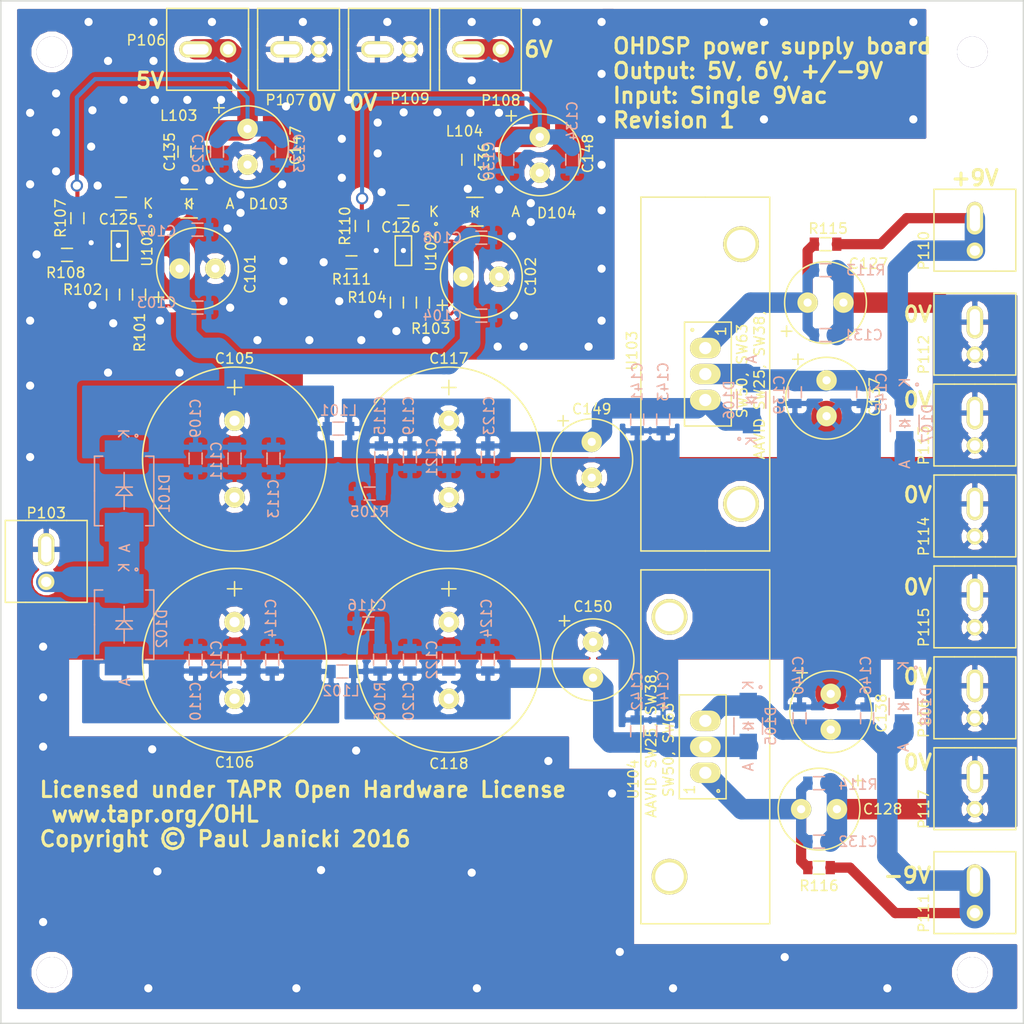
<source format=kicad_pcb>
(kicad_pcb (version 4) (host pcbnew 4.0.1-stable)
  (title_block (title "OHDSP PSU-5V-6V-Dual9V") (date "18 Jan 2016") (rev 1.0) (comment 1 "MERCHANTABILITY, SATISFACTORY QUALITY AND FITNESS FOR A PARTICULAR PURPOSE.") (comment 2 "is distributed WITHOUT ANY EXPRESS OR IMPLIED WARRANTY, INCLUDING OF") (comment 3 "Licensed under the TAPR Open Hardware License (www.tapr.org/OHL). This documentation") (comment 4 "Copyright Paul Janicki 2016"))
  (layers (0 F.Cu signal) (31 B.Cu signal) (34 B.Paste user) (35 F.Paste user) (36 B.SilkS user) (37 F.SilkS user) (38 B.Mask user) (39 F.Mask user) (44 Edge.Cuts user))
  (net 0 "")
  (net 1 GNDA)
  (net 2 "Net-(C106-Pad2)")
  (net 3 "Net-(C115-Pad1)")
  (net 4 "Net-(C115-Pad2)")
  (net 5 "Net-(C116-Pad2)")
  (net 6 "Net-(C118-Pad2)")
  (net 7 "Net-(C125-Pad1)")
  (net 8 "Net-(C125-Pad2)")
  (net 9 "Net-(C126-Pad1)")
  (net 10 "Net-(C126-Pad2)")
  (net 11 "Net-(C127-Pad1)")
  (net 12 "Net-(C128-Pad2)")
  (net 13 "Net-(C129-Pad1)")
  (net 14 "Net-(C130-Pad1)")
  (net 15 "Net-(C137-Pad1)")
  (net 16 "Net-(C138-Pad2)")
  (net 17 "Net-(D101-Pad1)")
  (net 18 "Net-(R101-Pad1)")
  (net 19 "Net-(R103-Pad1)")
  (net 20 "Net-(R107-Pad2)")
  (net 21 "Net-(R110-Pad2)")
  (net 22 VCC)
  (module MyKiCadLibs-Footprints:CAP-TH-D8mmP3.5mm (layer F.Cu) (at 119.235261 76.188825)
    (fp_text reference C101 (at 5.148739 0.532175 90) (layer F.SilkS))
    (fp_text value 220u hide)
    (pad 1 thru_hole circle (at -1.75 0) (size 2 2) (drill 0.8) (layers *.Cu *.Mask F.SilkS) (net 22 VCC))
    (pad 2 thru_hole circle (at 1.75 0) (size 2 2) (drill 0.8) (layers *.Cu *.Mask F.SilkS) (net 1 GNDA))
  )
  (module MyKiCadLibs-Footprints:CAP-TH-D8mmP3.5mm (layer F.Cu) (at 146.99 76.975)
    (fp_text reference C102 (at 4.826 0 90) (layer F.SilkS))
    (fp_text value 220u hide)
    (pad 1 thru_hole circle (at -1.75 0) (size 2 2) (drill 0.8) (layers *.Cu *.Mask F.SilkS) (net 22 VCC))
    (pad 2 thru_hole circle (at 1.75 0) (size 2 2) (drill 0.8) (layers *.Cu *.Mask F.SilkS) (net 1 GNDA))
  )
  (module MyKiCadLibs-Footprints:SMD-0805 (layer B.Cu) (at 119.235261 79.998825)
    (fp_text reference C103 (at -3.995261 -0.483825) (layer B.SilkS) (effects (justify mirror)))
    (fp_text value 22u hide)
    (pad 1 smd rect (at -1.1 0) (size 0.9 1.3) (layers B.Cu B.Paste B.Mask) (net 22 VCC))
    (pad 2 smd rect (at 1.1 0) (size 0.9 1.3) (layers B.Cu B.Paste B.Mask) (net 1 GNDA))
  )
  (module MyKiCadLibs-Footprints:SMD-0805 (layer B.Cu) (at 146.99 80.785)
    (fp_text reference C104 (at -3.81 0) (layer B.SilkS) (effects (justify mirror)))
    (fp_text value 22u hide)
    (pad 1 smd rect (at -1.1 0) (size 0.9 1.3) (layers B.Cu B.Paste B.Mask) (net 22 VCC))
    (pad 2 smd rect (at 1.1 0) (size 0.9 1.3) (layers B.Cu B.Paste B.Mask) (net 1 GNDA))
  )
  (module MyKiCadLibs-Footprints:CAP-TH-D18mmP7.5mm (layer F.Cu) (at 122.86 94.815 270)
    (fp_text reference C105 (at -9.839 0 360) (layer F.SilkS))
    (fp_text value 2200u hide)
    (pad 1 thru_hole circle (at -3.75 0 270) (size 2 2) (drill 1) (layers *.Cu *.Mask F.SilkS) (net 22 VCC))
    (pad 2 thru_hole circle (at 3.75 0 270) (size 2 2) (drill 1) (layers *.Cu *.Mask F.SilkS) (net 1 GNDA))
  )
  (module MyKiCadLibs-Footprints:CAP-TH-D18mmP7.5mm (layer F.Cu) (at 122.86 114.5 270)
    (fp_text reference C106 (at 9.973 0 360) (layer F.SilkS))
    (fp_text value 2200u hide)
    (pad 1 thru_hole circle (at -3.75 0 270) (size 2 2) (drill 1) (layers *.Cu *.Mask F.SilkS) (net 1 GNDA))
    (pad 2 thru_hole circle (at 3.75 0 270) (size 2 2) (drill 1) (layers *.Cu *.Mask F.SilkS) (net 2 "Net-(C106-Pad2)"))
  )
  (module MyKiCadLibs-Footprints:SMD-0805 (layer B.Cu) (at 119.235261 72.378825)
    (fp_text reference C107 (at -3.995261 0.151175) (layer B.SilkS) (effects (justify mirror)))
    (fp_text value 100n hide)
    (pad 1 smd rect (at -1.1 0) (size 0.9 1.3) (layers B.Cu B.Paste B.Mask) (net 22 VCC))
    (pad 2 smd rect (at 1.1 0) (size 0.9 1.3) (layers B.Cu B.Paste B.Mask) (net 1 GNDA))
  )
  (module MyKiCadLibs-Footprints:SMD-0805 (layer B.Cu) (at 146.99 73.165)
    (fp_text reference C108 (at -3.81 0) (layer B.SilkS) (effects (justify mirror)))
    (fp_text value 100n hide)
    (pad 1 smd rect (at -1.1 0) (size 0.9 1.3) (layers B.Cu B.Paste B.Mask) (net 22 VCC))
    (pad 2 smd rect (at 1.1 0) (size 0.9 1.3) (layers B.Cu B.Paste B.Mask) (net 1 GNDA))
  )
  (module MyKiCadLibs-Footprints:SMD-0805 (layer B.Cu) (at 119.05 94.755 270)
    (fp_text reference C109 (at -3.937 0 270) (layer B.SilkS) (effects (justify mirror)))
    (fp_text value 22u hide)
    (pad 1 smd rect (at -1.1 0 270) (size 0.9 1.3) (layers B.Cu B.Paste B.Mask) (net 22 VCC))
    (pad 2 smd rect (at 1.1 0 270) (size 0.9 1.3) (layers B.Cu B.Paste B.Mask) (net 1 GNDA))
  )
  (module MyKiCadLibs-Footprints:SMD-0805 (layer B.Cu) (at 119.05 114.44 270)
    (fp_text reference C110 (at 4.064 0 270) (layer B.SilkS) (effects (justify mirror)))
    (fp_text value 22u hide)
    (pad 1 smd rect (at -1.1 0 270) (size 0.9 1.3) (layers B.Cu B.Paste B.Mask) (net 1 GNDA))
    (pad 2 smd rect (at 1.1 0 270) (size 0.9 1.3) (layers B.Cu B.Paste B.Mask) (net 2 "Net-(C106-Pad2)"))
  )
  (module MyKiCadLibs-Footprints:SMD-0805 (layer B.Cu) (at 122.86 94.755 270)
    (fp_text reference C111 (at 0.254 1.778 270) (layer B.SilkS) (effects (justify mirror)))
    (fp_text value 100n hide)
    (pad 1 smd rect (at -1.1 0 270) (size 0.9 1.3) (layers B.Cu B.Paste B.Mask) (net 22 VCC))
    (pad 2 smd rect (at 1.1 0 270) (size 0.9 1.3) (layers B.Cu B.Paste B.Mask) (net 1 GNDA))
  )
  (module MyKiCadLibs-Footprints:SMD-0805 (layer B.Cu) (at 122.86 114.44 270)
    (fp_text reference C112 (at 0 1.778 270) (layer B.SilkS) (effects (justify mirror)))
    (fp_text value 100n hide)
    (pad 1 smd rect (at -1.1 0 270) (size 0.9 1.3) (layers B.Cu B.Paste B.Mask) (net 1 GNDA))
    (pad 2 smd rect (at 1.1 0 270) (size 0.9 1.3) (layers B.Cu B.Paste B.Mask) (net 2 "Net-(C106-Pad2)"))
  )
  (module MyKiCadLibs-Footprints:SMD-0805 (layer B.Cu) (at 126.67 94.755 270)
    (fp_text reference C113 (at 3.937 0 270) (layer B.SilkS) (effects (justify mirror)))
    (fp_text value 10n hide)
    (pad 1 smd rect (at -1.1 0 270) (size 0.9 1.3) (layers B.Cu B.Paste B.Mask) (net 22 VCC))
    (pad 2 smd rect (at 1.1 0 270) (size 0.9 1.3) (layers B.Cu B.Paste B.Mask) (net 1 GNDA))
  )
  (module MyKiCadLibs-Footprints:SMD-0805 (layer B.Cu) (at 126.543 114.44 270)
    (fp_text reference C114 (at -4.064 0.127 270) (layer B.SilkS) (effects (justify mirror)))
    (fp_text value 10n hide)
    (pad 1 smd rect (at -1.1 0 270) (size 0.9 1.3) (layers B.Cu B.Paste B.Mask) (net 1 GNDA))
    (pad 2 smd rect (at 1.1 0 270) (size 0.9 1.3) (layers B.Cu B.Paste B.Mask) (net 2 "Net-(C106-Pad2)"))
  )
  (module MyKiCadLibs-Footprints:SMD-0805 (layer B.Cu) (at 137.211 94.628 270)
    (fp_text reference C115 (at -4.064 0.127 270) (layer B.SilkS) (effects (justify mirror)))
    (fp_text value 100p hide)
    (pad 1 smd rect (at -1.1 0 270) (size 0.9 1.3) (layers B.Cu B.Paste B.Mask) (net 3 "Net-(C115-Pad1)"))
    (pad 2 smd rect (at 1.1 0 270) (size 0.9 1.3) (layers B.Cu B.Paste B.Mask) (net 4 "Net-(C115-Pad2)"))
  )
  (module MyKiCadLibs-Footprints:SMD-0805 (layer B.Cu) (at 135.941 110.884)
    (fp_text reference C116 (at -0.127 -1.778) (layer B.SilkS) (effects (justify mirror)))
    (fp_text value 100p hide)
    (pad 1 smd rect (at -1.1 0) (size 0.9 1.3) (layers B.Cu B.Paste B.Mask) (net 1 GNDA))
    (pad 2 smd rect (at 1.1 0) (size 0.9 1.3) (layers B.Cu B.Paste B.Mask) (net 5 "Net-(C116-Pad2)"))
  )
  (module MyKiCadLibs-Footprints:CAP-TH-D18mmP7.5mm (layer F.Cu) (at 143.815 94.815 270)
    (fp_text reference C117 (at -9.839 0 360) (layer F.SilkS))
    (fp_text value 2200u hide)
    (pad 1 thru_hole circle (at -3.75 0 270) (size 2 2) (drill 1) (layers *.Cu *.Mask F.SilkS) (net 3 "Net-(C115-Pad1)"))
    (pad 2 thru_hole circle (at 3.75 0 270) (size 2 2) (drill 1) (layers *.Cu *.Mask F.SilkS) (net 1 GNDA))
  )
  (module MyKiCadLibs-Footprints:CAP-TH-D18mmP7.5mm (layer F.Cu) (at 143.815 114.5 270)
    (fp_text reference C118 (at 10.1 0 360) (layer F.SilkS))
    (fp_text value 2200u hide)
    (pad 1 thru_hole circle (at -3.75 0 270) (size 2 2) (drill 1) (layers *.Cu *.Mask F.SilkS) (net 1 GNDA))
    (pad 2 thru_hole circle (at 3.75 0 270) (size 2 2) (drill 1) (layers *.Cu *.Mask F.SilkS) (net 6 "Net-(C118-Pad2)"))
  )
  (module MyKiCadLibs-Footprints:SMD-0805 (layer B.Cu) (at 140.005 94.628 270)
    (fp_text reference C119 (at -4.064 0.127 270) (layer B.SilkS) (effects (justify mirror)))
    (fp_text value 22u hide)
    (pad 1 smd rect (at -1.1 0 270) (size 0.9 1.3) (layers B.Cu B.Paste B.Mask) (net 3 "Net-(C115-Pad1)"))
    (pad 2 smd rect (at 1.1 0 270) (size 0.9 1.3) (layers B.Cu B.Paste B.Mask) (net 1 GNDA))
  )
  (module MyKiCadLibs-Footprints:SMD-0805 (layer B.Cu) (at 140.005 114.44 270)
    (fp_text reference C120 (at 4.064 0.127 270) (layer B.SilkS) (effects (justify mirror)))
    (fp_text value 22u hide)
    (pad 1 smd rect (at -1.1 0 270) (size 0.9 1.3) (layers B.Cu B.Paste B.Mask) (net 1 GNDA))
    (pad 2 smd rect (at 1.1 0 270) (size 0.9 1.3) (layers B.Cu B.Paste B.Mask) (net 6 "Net-(C118-Pad2)"))
  )
  (module MyKiCadLibs-Footprints:SMD-0805 (layer B.Cu) (at 143.815 94.628 270)
    (fp_text reference C121 (at 0 1.651 270) (layer B.SilkS) (effects (justify mirror)))
    (fp_text value 100n hide)
    (pad 1 smd rect (at -1.1 0 270) (size 0.9 1.3) (layers B.Cu B.Paste B.Mask) (net 3 "Net-(C115-Pad1)"))
    (pad 2 smd rect (at 1.1 0 270) (size 0.9 1.3) (layers B.Cu B.Paste B.Mask) (net 1 GNDA))
  )
  (module MyKiCadLibs-Footprints:SMD-0805 (layer B.Cu) (at 143.815 114.44 270)
    (fp_text reference C122 (at 0 1.651 270) (layer B.SilkS) (effects (justify mirror)))
    (fp_text value 100n hide)
    (pad 1 smd rect (at -1.1 0 270) (size 0.9 1.3) (layers B.Cu B.Paste B.Mask) (net 1 GNDA))
    (pad 2 smd rect (at 1.1 0 270) (size 0.9 1.3) (layers B.Cu B.Paste B.Mask) (net 6 "Net-(C118-Pad2)"))
  )
  (module MyKiCadLibs-Footprints:SMD-0805 (layer B.Cu) (at 147.625 94.628 270)
    (fp_text reference C123 (at -4.064 -0.127 270) (layer B.SilkS) (effects (justify mirror)))
    (fp_text value 10n hide)
    (pad 1 smd rect (at -1.1 0 270) (size 0.9 1.3) (layers B.Cu B.Paste B.Mask) (net 3 "Net-(C115-Pad1)"))
    (pad 2 smd rect (at 1.1 0 270) (size 0.9 1.3) (layers B.Cu B.Paste B.Mask) (net 1 GNDA))
  )
  (module MyKiCadLibs-Footprints:SMD-0805 (layer B.Cu) (at 147.625 114.44 270)
    (fp_text reference C124 (at -4.064 0.127 270) (layer B.SilkS) (effects (justify mirror)))
    (fp_text value 10n hide)
    (pad 1 smd rect (at -1.1 0 270) (size 0.9 1.3) (layers B.Cu B.Paste B.Mask) (net 1 GNDA))
    (pad 2 smd rect (at 1.1 0 270) (size 0.9 1.3) (layers B.Cu B.Paste B.Mask) (net 6 "Net-(C118-Pad2)"))
  )
  (module MyKiCadLibs-Footprints:SMD-0805 (layer F.Cu) (at 111.754961 69.838825 180)
    (fp_text reference C125 (at 0.254 -1.524 180) (layer F.SilkS))
    (fp_text value 10n hide)
    (pad 1 smd rect (at -1.1 0 180) (size 0.9 1.3) (layers F.Cu F.Paste F.Mask) (net 7 "Net-(C125-Pad1)"))
    (pad 2 smd rect (at 1.1 0 180) (size 0.9 1.3) (layers F.Cu F.Paste F.Mask) (net 8 "Net-(C125-Pad2)"))
  )
  (module MyKiCadLibs-Footprints:SMD-0805 (layer F.Cu) (at 139.37 70.625 180)
    (fp_text reference C126 (at 0.254 -1.524 180) (layer F.SilkS))
    (fp_text value 10n hide)
    (pad 1 smd rect (at -1.1 0 180) (size 0.9 1.3) (layers F.Cu F.Paste F.Mask) (net 9 "Net-(C126-Pad1)"))
    (pad 2 smd rect (at 1.1 0 180) (size 0.9 1.3) (layers F.Cu F.Paste F.Mask) (net 10 "Net-(C126-Pad2)"))
  )
  (module MyKiCadLibs-Footprints:CAP-TH-D8mmP3.5mm (layer F.Cu) (at 180.645 79.515)
    (fp_text reference C127 (at 4.191 -3.81) (layer F.SilkS))
    (fp_text value 220u hide)
    (pad 1 thru_hole circle (at -1.75 0) (size 2 2) (drill 0.8) (layers *.Cu *.Mask F.SilkS) (net 11 "Net-(C127-Pad1)"))
    (pad 2 thru_hole circle (at 1.75 0) (size 2 2) (drill 0.8) (layers *.Cu *.Mask F.SilkS) (net 1 GNDA))
  )
  (module MyKiCadLibs-Footprints:CAP-TH-D8mmP3.5mm (layer F.Cu) (at 180.01 129.045 180)
    (fp_text reference C128 (at -6.223 0 180) (layer F.SilkS))
    (fp_text value 220u hide)
    (pad 1 thru_hole circle (at -1.75 0 180) (size 2 2) (drill 0.8) (layers *.Cu *.Mask F.SilkS) (net 1 GNDA))
    (pad 2 thru_hole circle (at 1.75 0 180) (size 2 2) (drill 0.8) (layers *.Cu *.Mask F.SilkS) (net 12 "Net-(C128-Pad2)"))
  )
  (module MyKiCadLibs-Footprints:SMD-0805 (layer B.Cu) (at 121.140261 64.758825 270)
    (fp_text reference C129 (at 0.151175 1.836261 270) (layer B.SilkS) (effects (justify mirror)))
    (fp_text value 22u hide)
    (pad 1 smd rect (at -1.1 0 270) (size 0.9 1.3) (layers B.Cu B.Paste B.Mask) (net 13 "Net-(C129-Pad1)"))
    (pad 2 smd rect (at 1.1 0 270) (size 0.9 1.3) (layers B.Cu B.Paste B.Mask) (net 1 GNDA))
  )
  (module MyKiCadLibs-Footprints:SMD-0805 (layer B.Cu) (at 149.53 65.545 270)
    (fp_text reference C130 (at 0.127 1.778 270) (layer B.SilkS) (effects (justify mirror)))
    (fp_text value 22u hide)
    (pad 1 smd rect (at -1.1 0 270) (size 0.9 1.3) (layers B.Cu B.Paste B.Mask) (net 14 "Net-(C130-Pad1)"))
    (pad 2 smd rect (at 1.1 0 270) (size 0.9 1.3) (layers B.Cu B.Paste B.Mask) (net 1 GNDA))
  )
  (module MyKiCadLibs-Footprints:SMD-0805 (layer B.Cu) (at 180.645 82.69)
    (fp_text reference C131 (at 3.683 0) (layer B.SilkS) (effects (justify mirror)))
    (fp_text value 100n hide)
    (pad 1 smd rect (at -1.1 0) (size 0.9 1.3) (layers B.Cu B.Paste B.Mask) (net 11 "Net-(C127-Pad1)"))
    (pad 2 smd rect (at 1.1 0) (size 0.9 1.3) (layers B.Cu B.Paste B.Mask) (net 1 GNDA))
  )
  (module MyKiCadLibs-Footprints:SMD-0805 (layer B.Cu) (at 180.01 132.22 180)
    (fp_text reference C132 (at -3.81 0 180) (layer B.SilkS) (effects (justify mirror)))
    (fp_text value 100n hide)
    (pad 1 smd rect (at -1.1 0 180) (size 0.9 1.3) (layers B.Cu B.Paste B.Mask) (net 1 GNDA))
    (pad 2 smd rect (at 1.1 0 180) (size 0.9 1.3) (layers B.Cu B.Paste B.Mask) (net 12 "Net-(C128-Pad2)"))
  )
  (module MyKiCadLibs-Footprints:SMD-0805 (layer B.Cu) (at 127.490261 64.758825 270)
    (fp_text reference C133 (at 0.151175 -1.719739 270) (layer B.SilkS) (effects (justify mirror)))
    (fp_text value 22u hide)
    (pad 1 smd rect (at -1.1 0 270) (size 0.9 1.3) (layers B.Cu B.Paste B.Mask) (net 13 "Net-(C129-Pad1)"))
    (pad 2 smd rect (at 1.1 0 270) (size 0.9 1.3) (layers B.Cu B.Paste B.Mask) (net 1 GNDA))
  )
  (module MyKiCadLibs-Footprints:SMD-0805 (layer B.Cu) (at 155.88 65.545 270)
    (fp_text reference C134 (at -3.81 0 270) (layer B.SilkS) (effects (justify mirror)))
    (fp_text value 22u hide)
    (pad 1 smd rect (at -1.1 0 270) (size 0.9 1.3) (layers B.Cu B.Paste B.Mask) (net 14 "Net-(C130-Pad1)"))
    (pad 2 smd rect (at 1.1 0 270) (size 0.9 1.3) (layers B.Cu B.Paste B.Mask) (net 1 GNDA))
  )
  (module MyKiCadLibs-Footprints:SMD-0805 (layer F.Cu) (at 117.965261 64.758825 270)
    (fp_text reference C135 (at 0.024175 1.455261 270) (layer F.SilkS))
    (fp_text value 100n hide)
    (pad 1 smd rect (at -1.1 0 270) (size 0.9 1.3) (layers F.Cu F.Paste F.Mask) (net 13 "Net-(C129-Pad1)"))
    (pad 2 smd rect (at 1.1 0 270) (size 0.9 1.3) (layers F.Cu F.Paste F.Mask) (net 1 GNDA))
  )
  (module MyKiCadLibs-Footprints:SMD-0805 (layer F.Cu) (at 145.72 65.545 270)
    (fp_text reference C136 (at 0.254 -1.524 270) (layer F.SilkS))
    (fp_text value 100n hide)
    (pad 1 smd rect (at -1.1 0 270) (size 0.9 1.3) (layers F.Cu F.Paste F.Mask) (net 14 "Net-(C130-Pad1)"))
    (pad 2 smd rect (at 1.1 0 270) (size 0.9 1.3) (layers F.Cu F.Paste F.Mask) (net 1 GNDA))
  )
  (module MyKiCadLibs-Footprints:CAP-TH-D8mmP3.5mm (layer F.Cu) (at 180.7466 88.8622 270)
    (fp_text reference C137 (at -0.127 -4.699 270) (layer F.SilkS))
    (fp_text value 220u hide)
    (pad 1 thru_hole circle (at -1.75 0 270) (size 2 2) (drill 0.8) (layers *.Cu *.Mask F.SilkS) (net 15 "Net-(C137-Pad1)"))
    (pad 2 thru_hole circle (at 1.75 0 270) (size 2 2) (drill 0.8) (layers *.Cu *.Mask F.SilkS) (net 1 GNDA))
  )
  (module MyKiCadLibs-Footprints:CAP-TH-D8mmP3.5mm (layer F.Cu) (at 181.153 119.52 270)
    (fp_text reference C138 (at 0.127 -4.953 270) (layer F.SilkS))
    (fp_text value 220u hide)
    (pad 1 thru_hole circle (at -1.75 0 270) (size 2 2) (drill 0.8) (layers *.Cu *.Mask F.SilkS) (net 1 GNDA))
    (pad 2 thru_hole circle (at 1.75 0 270) (size 2 2) (drill 0.8) (layers *.Cu *.Mask F.SilkS) (net 16 "Net-(C138-Pad2)"))
  )
  (module MyKiCadLibs-Footprints:SMD-0805 (layer B.Cu) (at 177.6478 88.278 270)
    (fp_text reference C139 (at 0.254 1.524 270) (layer B.SilkS) (effects (justify mirror)))
    (fp_text value 100n hide)
    (pad 1 smd rect (at -1.1 0 270) (size 0.9 1.3) (layers B.Cu B.Paste B.Mask) (net 15 "Net-(C137-Pad1)"))
    (pad 2 smd rect (at 1.1 0 270) (size 0.9 1.3) (layers B.Cu B.Paste B.Mask) (net 1 GNDA))
  )
  (module MyKiCadLibs-Footprints:SMD-0805 (layer B.Cu) (at 178.105 120.155 270)
    (fp_text reference C140 (at -4.191 0.127 270) (layer B.SilkS) (effects (justify mirror)))
    (fp_text value 100n hide)
    (pad 1 smd rect (at -1.1 0 270) (size 0.9 1.3) (layers B.Cu B.Paste B.Mask) (net 1 GNDA))
    (pad 2 smd rect (at 1.1 0 270) (size 0.9 1.3) (layers B.Cu B.Paste B.Mask) (net 16 "Net-(C138-Pad2)"))
  )
  (module MyKiCadLibs-Footprints:DIODE-SMC (layer B.Cu) (at 112.065 97.93 90)
    (fp_text reference D101 (at -0.254 3.937 90) (layer B.SilkS) (effects (justify mirror)))
    (fp_text value ES3D hide)
    (fp_text user K (at 5.6 0 90) (layer B.SilkS) (effects (justify mirror)))
    (fp_text user A (at -5.588 0.0635 90) (layer B.SilkS) (effects (justify mirror)))
    (pad 1 smd rect (at -3.55 0 90) (size 2.8 3.8) (layers B.Cu B.Paste B.Mask) (net 17 "Net-(D101-Pad1)"))
    (pad 2 smd rect (at 3.55 0 90) (size 2.8 3.8) (layers B.Cu B.Paste B.Mask) (net 22 VCC))
  )
  (module MyKiCadLibs-Footprints:DIODE-SMC (layer B.Cu) (at 112.065 111.011 90)
    (fp_text reference D102 (at -0.381 3.683 90) (layer B.SilkS) (effects (justify mirror)))
    (fp_text value ES3D hide)
    (fp_text user K (at 5.6 0 90) (layer B.SilkS) (effects (justify mirror)))
    (fp_text user A (at -5.588 0.0635 90) (layer B.SilkS) (effects (justify mirror)))
    (pad 1 smd rect (at -3.55 0 90) (size 2.8 3.8) (layers B.Cu B.Paste B.Mask) (net 2 "Net-(C106-Pad2)"))
    (pad 2 smd rect (at 3.55 0 90) (size 2.8 3.8) (layers B.Cu B.Paste B.Mask) (net 17 "Net-(D101-Pad1)"))
  )
  (module MyKiCadLibs-Footprints:DIODE-SMA (layer F.Cu) (at 118.415 69.838825 180)
    (fp_text reference D103 (at -7.747 -0.024175 180) (layer F.SilkS))
    (fp_text value B230A hide)
    (fp_text user K (at 4 0 180) (layer F.SilkS))
    (fp_text user A (at -4 0 180) (layer F.SilkS))
    (pad 1 smd rect (at -2 0 180) (size 2.5 1.7) (layers F.Cu F.Paste F.Mask) (net 1 GNDA))
    (pad 2 smd rect (at 2 0 180) (size 2.5 1.7) (layers F.Cu F.Paste F.Mask) (net 7 "Net-(C125-Pad1)"))
  )
  (module MyKiCadLibs-Footprints:DIODE-SMA (layer F.Cu) (at 146.355 70.625 180)
    (fp_text reference D104 (at -8.001 -0.127 180) (layer F.SilkS))
    (fp_text value B230A hide)
    (fp_text user K (at 4 0 180) (layer F.SilkS))
    (fp_text user A (at -4 0 180) (layer F.SilkS))
    (pad 1 smd rect (at -2 0 180) (size 2.5 1.7) (layers F.Cu F.Paste F.Mask) (net 1 GNDA))
    (pad 2 smd rect (at 2 0 180) (size 2.5 1.7) (layers F.Cu F.Paste F.Mask) (net 9 "Net-(C126-Pad1)"))
  )
  (module MyKiCadLibs-Footprints:SMD-0805 (layer B.Cu) (at 133.02 91.834)
    (fp_text reference L101 (at 0 -1.778) (layer B.SilkS) (effects (justify mirror)))
    (fp_text value 600R@100MHz hide)
    (pad 1 smd rect (at -1.1 0) (size 0.9 1.3) (layers B.Cu B.Paste B.Mask) (net 22 VCC))
    (pad 2 smd rect (at 1.1 0) (size 0.9 1.3) (layers B.Cu B.Paste B.Mask) (net 3 "Net-(C115-Pad1)"))
  )
  (module MyKiCadLibs-Footprints:SMD-0805 (layer B.Cu) (at 133.401 115.583)
    (fp_text reference L102 (at -0.127 1.905) (layer B.SilkS) (effects (justify mirror)))
    (fp_text value 600R@100MHz hide)
    (pad 1 smd rect (at -1.1 0) (size 0.9 1.3) (layers B.Cu B.Paste B.Mask) (net 2 "Net-(C106-Pad2)"))
    (pad 2 smd rect (at 1.1 0) (size 0.9 1.3) (layers B.Cu B.Paste B.Mask) (net 6 "Net-(C118-Pad2)"))
  )
  (module MyKiCadLibs-Footprints:IND-VLC4045 (layer F.Cu) (at 112.7 64.275 90)
    (fp_text reference L103 (at 3.048 4.699 180) (layer F.SilkS))
    (fp_text value VLC5045T-6R8M hide)
    (pad 1 smd rect (at -1.6 0 90) (size 2.1 5) (layers F.Cu F.Paste F.Mask) (net 7 "Net-(C125-Pad1)"))
    (pad 2 smd rect (at 1.6 0 90) (size 2.1 5) (layers F.Cu F.Paste F.Mask) (net 13 "Net-(C129-Pad1)"))
  )
  (module MyKiCadLibs-Footprints:IND-VLC4045 (layer F.Cu) (at 140.64 64.91 90)
    (fp_text reference L104 (at 2.159 4.699 180) (layer F.SilkS))
    (fp_text value VLC5045T-6R8M hide)
    (pad 1 smd rect (at -1.6 0 90) (size 2.1 5) (layers F.Cu F.Paste F.Mask) (net 9 "Net-(C126-Pad1)"))
    (pad 2 smd rect (at 1.6 0 90) (size 2.1 5) (layers F.Cu F.Paste F.Mask) (net 14 "Net-(C130-Pad1)"))
  )
  (module Mounting_Holes:MountingHole_3mm (layer F.Cu) (at 105 55)
    (fp_text reference P101 hide)
    (fp_text value PIN hide)
    (pad 1 thru_hole circle (at 0 0) (size 3 3) (drill 3) (layers))
  )
  (module Mounting_Holes:MountingHole_3mm (layer F.Cu) (at 195 145)
    (fp_text reference P102 hide)
    (fp_text value PIN hide)
    (pad 1 thru_hole circle (at 0 0) (size 3 3) (drill 3) (layers))
  )
  (module MyKiCadLibs-Footprints:CONN-2WAY-2.54mm-3.81mm-SPACING (layer F.Cu) (at 104.445 106.82 90)
    (fp_text reference P103 (at 6.731 0 180) (layer F.SilkS))
    (fp_text value CONN_2x1 hide)
    (pad 1 thru_hole circle (at 0 0 90) (size 1.6 1.6) (drill 1) (layers *.Cu *.Mask F.SilkS) (net 17 "Net-(D101-Pad1)"))
    (pad 2 thru_hole oval (at 3.175 0 90) (size 3.2 1.6) (drill oval 2.54 1) (layers *.Cu *.Mask F.SilkS) (net 1 GNDA))
  )
  (module Mounting_Holes:MountingHole_3mm (layer F.Cu) (at 105 145)
    (fp_text reference P104 hide)
    (fp_text value PIN hide)
    (pad 1 thru_hole circle (at 0 0) (size 3 3) (drill 3) (layers))
  )
  (module Mounting_Holes:MountingHole_3mm (layer F.Cu) (at 195 55)
    (fp_text reference P105 hide)
    (fp_text value PIN hide)
    (pad 1 thru_hole circle (at 0 0) (size 3 3) (drill 3) (layers))
  )
  (module MyKiCadLibs-Footprints:CONN-2WAY-2.54mm-3.81mm-SPACING (layer F.Cu) (at 122.225 54.75 180)
    (fp_text reference P106 (at 8.001 0.889 180) (layer F.SilkS))
    (fp_text value CONN_2x1 hide)
    (pad 1 thru_hole circle (at 0 0 180) (size 1.6 1.6) (drill 1) (layers *.Cu *.Mask F.SilkS) (net 13 "Net-(C129-Pad1)"))
    (pad 2 thru_hole oval (at 3.175 0 180) (size 3.2 1.6) (drill oval 2.54 1) (layers *.Cu *.Mask F.SilkS) (net 13 "Net-(C129-Pad1)"))
  )
  (module MyKiCadLibs-Footprints:CONN-2WAY-2.54mm-3.81mm-SPACING (layer F.Cu) (at 131.115 54.75 180)
    (fp_text reference P107 (at 3.302 -4.953 180) (layer F.SilkS))
    (fp_text value CONN_2x1 hide)
    (pad 1 thru_hole circle (at 0 0 180) (size 1.6 1.6) (drill 1) (layers *.Cu *.Mask F.SilkS) (net 1 GNDA))
    (pad 2 thru_hole oval (at 3.175 0 180) (size 3.2 1.6) (drill oval 2.54 1) (layers *.Cu *.Mask F.SilkS) (net 1 GNDA))
  )
  (module MyKiCadLibs-Footprints:CONN-2WAY-2.54mm-3.81mm-SPACING (layer F.Cu) (at 148.895 54.75 180)
    (fp_text reference P108 (at 0 -5 180) (layer F.SilkS))
    (fp_text value CONN_2x1 hide)
    (pad 1 thru_hole circle (at 0 0 180) (size 1.6 1.6) (drill 1) (layers *.Cu *.Mask F.SilkS) (net 14 "Net-(C130-Pad1)"))
    (pad 2 thru_hole oval (at 3.175 0 180) (size 3.2 1.6) (drill oval 2.54 1) (layers *.Cu *.Mask F.SilkS) (net 14 "Net-(C130-Pad1)"))
  )
  (module MyKiCadLibs-Footprints:CONN-2WAY-2.54mm-3.81mm-SPACING (layer F.Cu) (at 140.005 54.75 180)
    (fp_text reference P109 (at 0 -4.826 180) (layer F.SilkS))
    (fp_text value CONN_2x1 hide)
    (pad 1 thru_hole circle (at 0 0 180) (size 1.6 1.6) (drill 1) (layers *.Cu *.Mask F.SilkS) (net 1 GNDA))
    (pad 2 thru_hole oval (at 3.175 0 180) (size 3.2 1.6) (drill oval 2.54 1) (layers *.Cu *.Mask F.SilkS) (net 1 GNDA))
  )
  (module MyKiCadLibs-Footprints:CONN-2WAY-2.54mm-3.81mm-SPACING (layer F.Cu) (at 195.25 74.435 90)
    (fp_text reference P110 (at 0 -5 90) (layer F.SilkS))
    (fp_text value CONN_2x1 hide)
    (pad 1 thru_hole circle (at 0 0 90) (size 1.6 1.6) (drill 1) (layers *.Cu *.Mask F.SilkS) (net 15 "Net-(C137-Pad1)"))
    (pad 2 thru_hole oval (at 3.175 0 90) (size 3.2 1.6) (drill oval 2.54 1) (layers *.Cu *.Mask F.SilkS) (net 15 "Net-(C137-Pad1)"))
  )
  (module MyKiCadLibs-Footprints:CONN-2WAY-2.54mm-3.81mm-SPACING (layer F.Cu) (at 195.25 139.205 90)
    (fp_text reference P111 (at 0 -5 90) (layer F.SilkS))
    (fp_text value CONN_2x1 hide)
    (pad 1 thru_hole circle (at 0 0 90) (size 1.6 1.6) (drill 1) (layers *.Cu *.Mask F.SilkS) (net 16 "Net-(C138-Pad2)"))
    (pad 2 thru_hole oval (at 3.175 0 90) (size 3.2 1.6) (drill oval 2.54 1) (layers *.Cu *.Mask F.SilkS) (net 16 "Net-(C138-Pad2)"))
  )
  (module MyKiCadLibs-Footprints:CONN-2WAY-2.54mm-3.81mm-SPACING (layer F.Cu) (at 195.25 84.595 90)
    (fp_text reference P112 (at 0 -5 90) (layer F.SilkS))
    (fp_text value CONN_2x1 hide)
    (pad 1 thru_hole circle (at 0 0 90) (size 1.6 1.6) (drill 1) (layers *.Cu *.Mask F.SilkS) (net 1 GNDA))
    (pad 2 thru_hole oval (at 3.175 0 90) (size 3.2 1.6) (drill oval 2.54 1) (layers *.Cu *.Mask F.SilkS) (net 1 GNDA))
  )
  (module MyKiCadLibs-Footprints:CONN-2WAY-2.54mm-3.81mm-SPACING (layer F.Cu) (at 195.25 93.485 90)
    (fp_text reference P113 (at 0 -5 90) (layer F.SilkS))
    (fp_text value CONN_2x1 hide)
    (pad 1 thru_hole circle (at 0 0 90) (size 1.6 1.6) (drill 1) (layers *.Cu *.Mask F.SilkS) (net 1 GNDA))
    (pad 2 thru_hole oval (at 3.175 0 90) (size 3.2 1.6) (drill oval 2.54 1) (layers *.Cu *.Mask F.SilkS) (net 1 GNDA))
  )
  (module MyKiCadLibs-Footprints:CONN-2WAY-2.54mm-3.81mm-SPACING (layer F.Cu) (at 195.25 102.375 90)
    (fp_text reference P114 (at 0 -5 90) (layer F.SilkS))
    (fp_text value CONN_2x1 hide)
    (pad 1 thru_hole circle (at 0 0 90) (size 1.6 1.6) (drill 1) (layers *.Cu *.Mask F.SilkS) (net 1 GNDA))
    (pad 2 thru_hole oval (at 3.175 0 90) (size 3.2 1.6) (drill oval 2.54 1) (layers *.Cu *.Mask F.SilkS) (net 1 GNDA))
  )
  (module MyKiCadLibs-Footprints:CONN-2WAY-2.54mm-3.81mm-SPACING (layer F.Cu) (at 195.25 111.265 90)
    (fp_text reference P115 (at 0 -5 90) (layer F.SilkS))
    (fp_text value CONN_2x1 hide)
    (pad 1 thru_hole circle (at 0 0 90) (size 1.6 1.6) (drill 1) (layers *.Cu *.Mask F.SilkS) (net 1 GNDA))
    (pad 2 thru_hole oval (at 3.175 0 90) (size 3.2 1.6) (drill oval 2.54 1) (layers *.Cu *.Mask F.SilkS) (net 1 GNDA))
  )
  (module MyKiCadLibs-Footprints:CONN-2WAY-2.54mm-3.81mm-SPACING (layer F.Cu) (at 195.25 120.155 90)
    (fp_text reference P116 (at 0 -5 90) (layer F.SilkS))
    (fp_text value CONN_2x1 hide)
    (pad 1 thru_hole circle (at 0 0 90) (size 1.6 1.6) (drill 1) (layers *.Cu *.Mask F.SilkS) (net 1 GNDA))
    (pad 2 thru_hole oval (at 3.175 0 90) (size 3.2 1.6) (drill oval 2.54 1) (layers *.Cu *.Mask F.SilkS) (net 1 GNDA))
  )
  (module MyKiCadLibs-Footprints:CONN-2WAY-2.54mm-3.81mm-SPACING (layer F.Cu) (at 195.25 129.045 90)
    (fp_text reference P117 (at 0 -5 90) (layer F.SilkS))
    (fp_text value CONN_2x1 hide)
    (pad 1 thru_hole circle (at 0 0 90) (size 1.6 1.6) (drill 1) (layers *.Cu *.Mask F.SilkS) (net 1 GNDA))
    (pad 2 thru_hole oval (at 3.175 0 90) (size 3.2 1.6) (drill oval 2.54 1) (layers *.Cu *.Mask F.SilkS) (net 1 GNDA))
  )
  (module MyKiCadLibs-Footprints:SMD-0805 (layer F.Cu) (at 113.520261 78.728825 270)
    (fp_text reference R101 (at 3.707175 -0.068739 270) (layer F.SilkS))
    (fp_text value R hide)
    (pad 1 smd rect (at -1.1 0 270) (size 0.9 1.3) (layers F.Cu F.Paste F.Mask) (net 18 "Net-(R101-Pad1)"))
    (pad 2 smd rect (at 1.1 0 270) (size 0.9 1.3) (layers F.Cu F.Paste F.Mask) (net 22 VCC))
  )
  (module MyKiCadLibs-Footprints:SMD-0805 (layer F.Cu) (at 110.980261 78.728825 270)
    (fp_text reference R102 (at -0.483825 2.979261 360) (layer F.SilkS))
    (fp_text value R hide)
    (pad 1 smd rect (at -1.1 0 270) (size 0.9 1.3) (layers F.Cu F.Paste F.Mask) (net 18 "Net-(R101-Pad1)"))
    (pad 2 smd rect (at 1.1 0 270) (size 0.9 1.3) (layers F.Cu F.Paste F.Mask) (net 1 GNDA))
  )
  (module MyKiCadLibs-Footprints:SMD-0805 (layer F.Cu) (at 141.275 79.515 270)
    (fp_text reference R103 (at 2.54 -0.762 360) (layer F.SilkS))
    (fp_text value 475k hide)
    (pad 1 smd rect (at -1.1 0 270) (size 0.9 1.3) (layers F.Cu F.Paste F.Mask) (net 19 "Net-(R103-Pad1)"))
    (pad 2 smd rect (at 1.1 0 270) (size 0.9 1.3) (layers F.Cu F.Paste F.Mask) (net 22 VCC))
  )
  (module MyKiCadLibs-Footprints:SMD-0805 (layer F.Cu) (at 138.735 79.515 270)
    (fp_text reference R104 (at -0.508 2.921 360) (layer F.SilkS))
    (fp_text value 100k hide)
    (pad 1 smd rect (at -1.1 0 270) (size 0.9 1.3) (layers F.Cu F.Paste F.Mask) (net 19 "Net-(R103-Pad1)"))
    (pad 2 smd rect (at 1.1 0 270) (size 0.9 1.3) (layers F.Cu F.Paste F.Mask) (net 1 GNDA))
  )
  (module MyKiCadLibs-Footprints:SMD-0805 (layer B.Cu) (at 136.068 98.184 180)
    (fp_text reference R105 (at 0 -1.778 180) (layer B.SilkS) (effects (justify mirror)))
    (fp_text value 47R hide)
    (pad 1 smd rect (at -1.1 0 180) (size 0.9 1.3) (layers B.Cu B.Paste B.Mask) (net 4 "Net-(C115-Pad2)"))
    (pad 2 smd rect (at 1.1 0 180) (size 0.9 1.3) (layers B.Cu B.Paste B.Mask) (net 1 GNDA))
  )
  (module MyKiCadLibs-Footprints:SMD-0805 (layer B.Cu) (at 137.084 114.44 270)
    (fp_text reference R106 (at 4.064 0 270) (layer B.SilkS) (effects (justify mirror)))
    (fp_text value 47R hide)
    (pad 1 smd rect (at -1.1 0 270) (size 0.9 1.3) (layers B.Cu B.Paste B.Mask) (net 5 "Net-(C116-Pad2)"))
    (pad 2 smd rect (at 1.1 0 270) (size 0.9 1.3) (layers B.Cu B.Paste B.Mask) (net 6 "Net-(C118-Pad2)"))
  )
  (module MyKiCadLibs-Footprints:SMD-0805 (layer F.Cu) (at 107.493 71.26 270)
    (fp_text reference R107 (at 0 1.651 270) (layer F.SilkS))
    (fp_text value 53k6 hide)
    (pad 1 smd rect (at -1.1 0 270) (size 0.9 1.3) (layers F.Cu F.Paste F.Mask) (net 13 "Net-(C129-Pad1)"))
    (pad 2 smd rect (at 1.1 0 270) (size 0.9 1.3) (layers F.Cu F.Paste F.Mask) (net 20 "Net-(R107-Pad2)"))
  )
  (module MyKiCadLibs-Footprints:SMD-0805 (layer F.Cu) (at 106.477 74.845045)
    (fp_text reference R108 (at -0.127 1.748955) (layer F.SilkS))
    (fp_text value 10k hide)
    (pad 1 smd rect (at -1.1 0) (size 0.9 1.3) (layers F.Cu F.Paste F.Mask) (net 1 GNDA))
    (pad 2 smd rect (at 1.1 0) (size 0.9 1.3) (layers F.Cu F.Paste F.Mask) (net 20 "Net-(R107-Pad2)"))
  )
  (module MyKiCadLibs-Footprints:SMD-0805 (layer F.Cu) (at 135.306 72.022 270)
    (fp_text reference R110 (at 0 1.651 270) (layer F.SilkS))
    (fp_text value 66k5 hide)
    (pad 1 smd rect (at -1.1 0 270) (size 0.9 1.3) (layers F.Cu F.Paste F.Mask) (net 14 "Net-(C130-Pad1)"))
    (pad 2 smd rect (at 1.1 0 270) (size 0.9 1.3) (layers F.Cu F.Paste F.Mask) (net 21 "Net-(R110-Pad2)"))
  )
  (module MyKiCadLibs-Footprints:SMD-0805 (layer F.Cu) (at 134.29 75.578)
    (fp_text reference R111 (at 0 1.651) (layer F.SilkS))
    (fp_text value 10k hide)
    (pad 1 smd rect (at -1.1 0) (size 0.9 1.3) (layers F.Cu F.Paste F.Mask) (net 1 GNDA))
    (pad 2 smd rect (at 1.1 0) (size 0.9 1.3) (layers F.Cu F.Paste F.Mask) (net 21 "Net-(R110-Pad2)"))
  )
  (module MyKiCadLibs-Footprints:SMD-0805 (layer B.Cu) (at 180.645 76.34 180)
    (fp_text reference R113 (at -3.937 0 180) (layer B.SilkS) (effects (justify mirror)))
    (fp_text value 750 hide)
    (pad 1 smd rect (at -1.1 0 180) (size 0.9 1.3) (layers B.Cu B.Paste B.Mask) (net 1 GNDA))
    (pad 2 smd rect (at 1.1 0 180) (size 0.9 1.3) (layers B.Cu B.Paste B.Mask) (net 11 "Net-(C127-Pad1)"))
  )
  (module MyKiCadLibs-Footprints:SMD-0805 (layer B.Cu) (at 180.01 126.505)
    (fp_text reference R114 (at 3.81 0.127) (layer B.SilkS) (effects (justify mirror)))
    (fp_text value 750 hide)
    (pad 1 smd rect (at -1.1 0) (size 0.9 1.3) (layers B.Cu B.Paste B.Mask) (net 12 "Net-(C128-Pad2)"))
    (pad 2 smd rect (at 1.1 0) (size 0.9 1.3) (layers B.Cu B.Paste B.Mask) (net 1 GNDA))
  )
  (module MyKiCadLibs-Footprints:SMD-0805 (layer F.Cu) (at 180.645 73.8)
    (fp_text reference R115 (at 0.254 -1.524) (layer F.SilkS))
    (fp_text value 120 hide)
    (pad 1 smd rect (at -1.1 0) (size 0.9 1.3) (layers F.Cu F.Paste F.Mask) (net 11 "Net-(C127-Pad1)"))
    (pad 2 smd rect (at 1.1 0) (size 0.9 1.3) (layers F.Cu F.Paste F.Mask) (net 15 "Net-(C137-Pad1)"))
  )
  (module MyKiCadLibs-Footprints:SMD-0805 (layer F.Cu) (at 180.01 134.76)
    (fp_text reference R116 (at 0 1.778) (layer F.SilkS))
    (fp_text value 120 hide)
    (pad 1 smd rect (at -1.1 0) (size 0.9 1.3) (layers F.Cu F.Paste F.Mask) (net 12 "Net-(C128-Pad2)"))
    (pad 2 smd rect (at 1.1 0) (size 0.9 1.3) (layers F.Cu F.Paste F.Mask) (net 16 "Net-(C138-Pad2)"))
  )
  (module MyKiCadLibs-Footprints:IC-SOT23-6 (layer F.Cu) (at 111.615261 73.953625 270)
    (fp_text reference U101 (at 0.1 -2.7 270) (layer F.SilkS))
    (fp_text value ADP2301AUJZ hide)
    (pad 5 smd rect (at 0 -1.2 270) (size 0.65 1.2) (layers F.Cu F.Paste F.Mask) (net 22 VCC))
    (pad 1 smd rect (at -0.95 1.2 270) (size 0.65 1.2) (layers F.Cu F.Paste F.Mask) (net 8 "Net-(C125-Pad2)"))
    (pad 2 smd rect (at 0 1.2 270) (size 0.65 1.2) (layers F.Cu F.Paste F.Mask) (net 1 GNDA))
    (pad 3 smd rect (at 0.95 1.2 270) (size 0.65 1.2) (layers F.Cu F.Paste F.Mask) (net 20 "Net-(R107-Pad2)"))
    (pad 4 smd rect (at 0.95 -1.2 270) (size 0.65 1.2) (layers F.Cu F.Paste F.Mask) (net 18 "Net-(R101-Pad1)"))
    (pad 6 smd rect (at -0.95 -1.2 270) (size 0.65 1.2) (layers F.Cu F.Paste F.Mask) (net 7 "Net-(C125-Pad1)"))
  )
  (module MyKiCadLibs-Footprints:IC-SOT23-6 (layer F.Cu) (at 139.37 74.435 270)
    (fp_text reference U102 (at 0.1 -2.7 270) (layer F.SilkS))
    (fp_text value ADP2301AUJZ hide)
    (pad 5 smd rect (at 0 -1.2 270) (size 0.65 1.2) (layers F.Cu F.Paste F.Mask) (net 22 VCC))
    (pad 1 smd rect (at -0.95 1.2 270) (size 0.65 1.2) (layers F.Cu F.Paste F.Mask) (net 10 "Net-(C126-Pad2)"))
    (pad 2 smd rect (at 0 1.2 270) (size 0.65 1.2) (layers F.Cu F.Paste F.Mask) (net 1 GNDA))
    (pad 3 smd rect (at 0.95 1.2 270) (size 0.65 1.2) (layers F.Cu F.Paste F.Mask) (net 21 "Net-(R110-Pad2)"))
    (pad 4 smd rect (at 0.95 -1.2 270) (size 0.65 1.2) (layers F.Cu F.Paste F.Mask) (net 19 "Net-(R103-Pad1)"))
    (pad 6 smd rect (at -0.95 -1.2 270) (size 0.65 1.2) (layers F.Cu F.Paste F.Mask) (net 9 "Net-(C126-Pad1)"))
  )
  (module MyKiCadLibs-Footprints:DIODE-SMA (layer B.Cu) (at 173.0885 120.917 90)
    (fp_text reference D105 (at 0 2.2 90) (layer B.SilkS) (effects (justify mirror)))
    (fp_text value B230A hide)
    (fp_text user K (at 4 0 90) (layer B.SilkS) (effects (justify mirror)))
    (fp_text user A (at -4 0 90) (layer B.SilkS) (effects (justify mirror)))
    (pad 1 smd rect (at -2 0 90) (size 2.5 1.7) (layers B.Cu B.Paste B.Mask) (net 6 "Net-(C118-Pad2)"))
    (pad 2 smd rect (at 2 0 90) (size 2.5 1.7) (layers B.Cu B.Paste B.Mask) (net 16 "Net-(C138-Pad2)"))
  )
  (module MyKiCadLibs-Footprints:DIODE-SMA (layer B.Cu) (at 173.406 89.04 270)
    (fp_text reference D106 (at 0 2.2 270) (layer B.SilkS) (effects (justify mirror)))
    (fp_text value B230A hide)
    (fp_text user K (at 4 0 270) (layer B.SilkS) (effects (justify mirror)))
    (fp_text user A (at -4 0 270) (layer B.SilkS) (effects (justify mirror)))
    (pad 1 smd rect (at -2 0 270) (size 2.5 1.7) (layers B.Cu B.Paste B.Mask) (net 15 "Net-(C137-Pad1)"))
    (pad 2 smd rect (at 2 0 270) (size 2.5 1.7) (layers B.Cu B.Paste B.Mask) (net 3 "Net-(C115-Pad1)"))
  )
  (module MyKiCadLibs-Footprints:DIODE-SMA (layer B.Cu) (at 188.392 91.326 90)
    (fp_text reference D107 (at 0 2.2 90) (layer B.SilkS) (effects (justify mirror)))
    (fp_text value B230A hide)
    (fp_text user K (at 4 0 90) (layer B.SilkS) (effects (justify mirror)))
    (fp_text user A (at -4 0 90) (layer B.SilkS) (effects (justify mirror)))
    (pad 1 smd rect (at -2 0 90) (size 2.5 1.7) (layers B.Cu B.Paste B.Mask) (net 1 GNDA))
    (pad 2 smd rect (at 2 0 90) (size 2.5 1.7) (layers B.Cu B.Paste B.Mask) (net 15 "Net-(C137-Pad1)"))
  )
  (module MyKiCadLibs-Footprints:DIODE-SMA (layer B.Cu) (at 188.265 119.012 90)
    (fp_text reference D108 (at 0 2.2 90) (layer B.SilkS) (effects (justify mirror)))
    (fp_text value B230A hide)
    (fp_text user K (at 4 0 90) (layer B.SilkS) (effects (justify mirror)))
    (fp_text user A (at -4 0 90) (layer B.SilkS) (effects (justify mirror)))
    (pad 1 smd rect (at -2 0 90) (size 2.5 1.7) (layers B.Cu B.Paste B.Mask) (net 16 "Net-(C138-Pad2)"))
    (pad 2 smd rect (at 2 0 90) (size 2.5 1.7) (layers B.Cu B.Paste B.Mask) (net 1 GNDA))
  )
  (module MyKiCadLibs-Footprints:IC-TO220-HS-SW25-2G (layer F.Cu) (at 168.89 86.5 270)
    (fp_text reference U103 (at -2.286 7.168 270) (layer F.SilkS))
    (fp_text value IC-REG-LM317-TO220 hide)
    (fp_text user "SW50, SW63" (at -0.3 -3.6 270) (layer F.SilkS))
    (fp_text user "AAVID SW25, SW38, " (at 0.7 -5.3 270) (layer F.SilkS))
    (fp_text user 1 (at -4.191 -1.524 270) (layer F.SilkS))
    (pad 1 thru_hole oval (at -2.54 0 270) (size 2 3) (drill 1.2) (layers *.Cu *.Mask F.SilkS) (net 11 "Net-(C127-Pad1)"))
    (pad 2 thru_hole oval (at 0 0 270) (size 2 3) (drill 1.2) (layers *.Cu *.Mask F.SilkS) (net 15 "Net-(C137-Pad1)"))
    (pad 3 thru_hole oval (at 2.54 0 270) (size 2 3) (drill 1.2) (layers *.Cu *.Mask F.SilkS) (net 3 "Net-(C115-Pad1)"))
    (pad 4 thru_hole circle (at -12.7 -3.5 270) (size 3.5 3.5) (drill 2.8) (layers *.Cu *.Mask F.SilkS))
    (pad 5 thru_hole circle (at 12.7 -3.5 270) (size 3.5 3.5) (drill 2.8) (layers *.Cu *.Mask F.SilkS))
  )
  (module MyKiCadLibs-Footprints:IC-TO220-HS-SW25-2G (layer F.Cu) (at 168.89 122.949 90)
    (fp_text reference U104 (at -3.175 -7.041 90) (layer F.SilkS))
    (fp_text value IC-REG-LM337-TO220 hide)
    (fp_text user "SW50, SW63" (at -0.3 -3.6 90) (layer F.SilkS))
    (fp_text user "AAVID SW25, SW38, " (at 0.7 -5.3 90) (layer F.SilkS))
    (fp_text user 1 (at -4.191 -1.524 90) (layer F.SilkS))
    (pad 1 thru_hole oval (at -2.54 0 90) (size 2 3) (drill 1.2) (layers *.Cu *.Mask F.SilkS) (net 12 "Net-(C128-Pad2)"))
    (pad 2 thru_hole oval (at 0 0 90) (size 2 3) (drill 1.2) (layers *.Cu *.Mask F.SilkS) (net 6 "Net-(C118-Pad2)"))
    (pad 3 thru_hole oval (at 2.54 0 90) (size 2 3) (drill 1.2) (layers *.Cu *.Mask F.SilkS) (net 16 "Net-(C138-Pad2)"))
    (pad 4 thru_hole circle (at -12.7 -3.5 90) (size 3.5 3.5) (drill 2.8) (layers *.Cu *.Mask F.SilkS))
    (pad 5 thru_hole circle (at 12.7 -3.5 90) (size 3.5 3.5) (drill 2.8) (layers *.Cu *.Mask F.SilkS))
  )
  (module MyKiCadLibs-Footprints:SMD-0805 (layer B.Cu) (at 162.23 90.945 270)
    (fp_text reference C141 (at -3.683 0 270) (layer B.SilkS) (effects (justify mirror)))
    (fp_text value 22u hide)
    (pad 1 smd rect (at -1.1 0 270) (size 0.9 1.3) (layers B.Cu B.Paste B.Mask) (net 3 "Net-(C115-Pad1)"))
    (pad 2 smd rect (at 1.1 0 270) (size 0.9 1.3) (layers B.Cu B.Paste B.Mask) (net 1 GNDA))
  )
  (module MyKiCadLibs-Footprints:SMD-0805 (layer B.Cu) (at 162.23 121.425 270)
    (fp_text reference C142 (at -3.937 0 270) (layer B.SilkS) (effects (justify mirror)))
    (fp_text value 22u hide)
    (pad 1 smd rect (at -1.1 0 270) (size 0.9 1.3) (layers B.Cu B.Paste B.Mask) (net 1 GNDA))
    (pad 2 smd rect (at 1.1 0 270) (size 0.9 1.3) (layers B.Cu B.Paste B.Mask) (net 6 "Net-(C118-Pad2)"))
  )
  (module MyKiCadLibs-Footprints:SMD-0805 (layer B.Cu) (at 164.77 90.945 270)
    (fp_text reference C143 (at -3.683 0 270) (layer B.SilkS) (effects (justify mirror)))
    (fp_text value 100n hide)
    (pad 1 smd rect (at -1.1 0 270) (size 0.9 1.3) (layers B.Cu B.Paste B.Mask) (net 3 "Net-(C115-Pad1)"))
    (pad 2 smd rect (at 1.1 0 270) (size 0.9 1.3) (layers B.Cu B.Paste B.Mask) (net 1 GNDA))
  )
  (module MyKiCadLibs-Footprints:SMD-0805 (layer B.Cu) (at 164.77 121.425 270)
    (fp_text reference C144 (at -3.937 0 270) (layer B.SilkS) (effects (justify mirror)))
    (fp_text value 100n hide)
    (pad 1 smd rect (at -1.1 0 270) (size 0.9 1.3) (layers B.Cu B.Paste B.Mask) (net 1 GNDA))
    (pad 2 smd rect (at 1.1 0 270) (size 0.9 1.3) (layers B.Cu B.Paste B.Mask) (net 6 "Net-(C118-Pad2)"))
  )
  (module MyKiCadLibs-Footprints:SMD-0805 (layer B.Cu) (at 184.328 88.278 270)
    (fp_text reference C145 (at 0 -1.778 270) (layer B.SilkS) (effects (justify mirror)))
    (fp_text value 22u hide)
    (pad 1 smd rect (at -1.1 0 270) (size 0.9 1.3) (layers B.Cu B.Paste B.Mask) (net 15 "Net-(C137-Pad1)"))
    (pad 2 smd rect (at 1.1 0 270) (size 0.9 1.3) (layers B.Cu B.Paste B.Mask) (net 1 GNDA))
  )
  (module MyKiCadLibs-Footprints:SMD-0805 (layer B.Cu) (at 184.709 120.155 270)
    (fp_text reference C146 (at -4.191 0.127 270) (layer B.SilkS) (effects (justify mirror)))
    (fp_text value 22u hide)
    (pad 1 smd rect (at -1.1 0 270) (size 0.9 1.3) (layers B.Cu B.Paste B.Mask) (net 1 GNDA))
    (pad 2 smd rect (at 1.1 0 270) (size 0.9 1.3) (layers B.Cu B.Paste B.Mask) (net 16 "Net-(C138-Pad2)"))
  )
  (module MyKiCadLibs-Footprints:CAP-TH-D8mmP3.5mm (layer F.Cu) (at 124.13 64.275 270)
    (fp_text reference C147 (at -0.127 -4.699 270) (layer F.SilkS))
    (fp_text value 220u hide)
    (pad 1 thru_hole circle (at -1.75 0 270) (size 2 2) (drill 0.8) (layers *.Cu *.Mask F.SilkS) (net 13 "Net-(C129-Pad1)"))
    (pad 2 thru_hole circle (at 1.75 0 270) (size 2 2) (drill 0.8) (layers *.Cu *.Mask F.SilkS) (net 1 GNDA))
  )
  (module MyKiCadLibs-Footprints:CAP-TH-D8mmP3.5mm (layer F.Cu) (at 152.705 65.065 270)
    (fp_text reference C148 (at -0.127 -4.699 270) (layer F.SilkS))
    (fp_text value 220u hide)
    (pad 1 thru_hole circle (at -1.75 0 270) (size 2 2) (drill 0.8) (layers *.Cu *.Mask F.SilkS) (net 14 "Net-(C130-Pad1)"))
    (pad 2 thru_hole circle (at 1.75 0 270) (size 2 2) (drill 0.8) (layers *.Cu *.Mask F.SilkS) (net 1 GNDA))
  )
  (module MyKiCadLibs-Footprints:CAP-TH-D8mmP3.5mm (layer F.Cu) (at 157.785 94.882 270)
    (fp_text reference C149 (at -4.953 0 360) (layer F.SilkS))
    (fp_text value 220u hide)
    (pad 1 thru_hole circle (at -1.75 0 270) (size 2 2) (drill 0.8) (layers *.Cu *.Mask F.SilkS) (net 3 "Net-(C115-Pad1)"))
    (pad 2 thru_hole circle (at 1.75 0 270) (size 2 2) (drill 0.8) (layers *.Cu *.Mask F.SilkS) (net 1 GNDA))
  )
  (module MyKiCadLibs-Footprints:CAP-TH-D8mmP3.5mm (layer F.Cu) (at 157.912 114.44 270)
    (fp_text reference C150 (at -5.207 0 360) (layer F.SilkS))
    (fp_text value 220u hide)
    (pad 1 thru_hole circle (at -1.75 0 270) (size 2 2) (drill 0.8) (layers *.Cu *.Mask F.SilkS) (net 1 GNDA))
    (pad 2 thru_hole circle (at 1.75 0 270) (size 2 2) (drill 0.8) (layers *.Cu *.Mask F.SilkS) (net 6 "Net-(C118-Pad2)"))
  )
  (gr_text 0V (at 189.662 124.473) (layer F.SilkS) (effects (font (size 1.5 1.5) (thickness 0.3))))
  (gr_text 0V (at 189.662 116.091) (layer F.SilkS) (effects (font (size 1.5 1.5) (thickness 0.3))))
  (gr_text 0V (at 189.662 80.658) (layer F.SilkS) (effects (font (size 1.5 1.5) (thickness 0.3))))
  (gr_text 0V (at 189.662 89.04) (layer F.SilkS) (effects (font (size 1.5 1.5) (thickness 0.3))))
  (gr_text 0V (at 189.662 107.328) (layer F.SilkS) (effects (font (size 1.5 1.5) (thickness 0.3))))
  (gr_text 0V (at 189.662 98.311) (layer F.SilkS) (effects (font (size 1.5 1.5) (thickness 0.3))))
  (gr_text -9V (at 188.646 135.522) (layer F.SilkS) (effects (font (size 1.5 1.5) (thickness 0.3))))
  (gr_text +9V (at 195.25 67.323) (layer F.SilkS) (effects (font (size 1.5 1.5) (thickness 0.3))))
  (gr_text 5V (at 114.605 57.798) (layer F.SilkS) (effects (font (size 1.5 1.5) (thickness 0.3))))
  (gr_text 6V (at 152.578 54.75) (layer F.SilkS) (effects (font (size 1.5 1.5) (thickness 0.3))))
  (gr_text 0V (at 135.433 59.957) (layer F.SilkS) (effects (font (size 1.5 1.5) (thickness 0.3))))
  (gr_text 0V (at 131.369 59.957) (layer F.SilkS) (effects (font (size 1.5 1.5) (thickness 0.3))))
  (gr_text "Licensed under TAPR Open Hardware License \n www.tapr.org/OHL \nCopyright © Paul Janicki 2016" (at 103.632 129.54) (layer F.SilkS) (effects (font (size 1.5 1.5) (thickness 0.3)) (justify left)))
  (gr_text "OHDSP power supply board\nOutput: 5V, 6V, +/-9V\nInput: Single 9Vac\nRevision 1" (at 159.69 58.052) (layer F.SilkS) (effects (font (size 1.5 1.5) (thickness 0.3)) (justify left)))
  (gr_line (start 100 50) (end 100 150) (layer Edge.Cuts) (width 0.15))
  (gr_line (start 200 50) (end 100 50) (layer Edge.Cuts) (width 0.15))
  (gr_line (start 200 150) (end 200 50) (layer Edge.Cuts) (width 0.15))
  (gr_line (start 100 150) (end 200 150) (layer Edge.Cuts) (width 0.15))
  (segment (start 189.23 61.595) (end 174.625 61.595) (width 0.3) (layer B.Cu) (net 1))
  (via (at 174.625 61.595) (size 1.2) (drill 0.8) (layers F.Cu B.Cu) (net 1))
  (segment (start 189.23 52.07) (end 189.23 61.595) (width 0.3) (layer F.Cu) (net 1))
  (via (at 189.23 61.595) (size 1.2) (drill 0.8) (layers F.Cu B.Cu) (net 1))
  (segment (start 174.625 52.07) (end 189.23 52.07) (width 0.3) (layer B.Cu) (net 1))
  (via (at 189.23 52.07) (size 1.2) (drill 0.8) (layers F.Cu B.Cu) (net 1))
  (segment (start 158.75 52.07) (end 174.625 52.07) (width 0.3) (layer F.Cu) (net 1))
  (via (at 174.625 52.07) (size 1.2) (drill 0.8) (layers F.Cu B.Cu) (net 1))
  (segment (start 131.318 135.001) (end 145.796 135.001) (width 0.3) (layer B.Cu) (net 1))
  (segment (start 145.796 135.001) (end 146.05 135.255) (width 0.3) (layer B.Cu) (net 1))
  (via (at 146.05 135.255) (size 1.2) (drill 0.8) (layers F.Cu B.Cu) (net 1))
  (segment (start 115.316 135.128) (end 131.191 135.128) (width 0.3) (layer F.Cu) (net 1))
  (segment (start 131.191 135.128) (end 131.318 135.001) (width 0.3) (layer F.Cu) (net 1))
  (via (at 131.318 135.001) (size 1.2) (drill 0.8) (layers F.Cu B.Cu) (net 1))
  (segment (start 114.808 123.19) (end 114.808 134.62) (width 0.3) (layer B.Cu) (net 1))
  (segment (start 114.808 134.62) (end 115.316 135.128) (width 0.3) (layer B.Cu) (net 1))
  (via (at 115.316 135.128) (size 1.2) (drill 0.8) (layers F.Cu B.Cu) (net 1))
  (segment (start 134.747 123.317) (end 114.935 123.317) (width 0.3) (layer F.Cu) (net 1))
  (segment (start 114.935 123.317) (end 114.808 123.19) (width 0.3) (layer F.Cu) (net 1))
  (via (at 114.808 123.19) (size 1.2) (drill 0.8) (layers F.Cu B.Cu) (net 1))
  (segment (start 153.543 124.333) (end 152.527 123.317) (width 0.3) (layer B.Cu) (net 1))
  (segment (start 152.527 123.317) (end 134.747 123.317) (width 0.3) (layer B.Cu) (net 1))
  (via (at 134.747 123.317) (size 1.2) (drill 0.8) (layers F.Cu B.Cu) (net 1))
  (segment (start 159.766 127.508) (end 156.718 127.508) (width 0.3) (layer F.Cu) (net 1))
  (segment (start 156.718 127.508) (end 153.543 124.333) (width 0.3) (layer F.Cu) (net 1))
  (via (at 153.543 124.333) (size 1.2) (drill 0.8) (layers F.Cu B.Cu) (net 1))
  (segment (start 160.528 143.002) (end 159.766 142.24) (width 0.3) (layer B.Cu) (net 1))
  (via (at 159.766 127.508) (size 1.2) (drill 0.8) (layers F.Cu B.Cu) (net 1))
  (segment (start 159.766 142.24) (end 159.766 127.508) (width 0.3) (layer B.Cu) (net 1))
  (segment (start 176.657 143.51) (end 161.036 143.51) (width 0.3) (layer F.Cu) (net 1))
  (segment (start 161.036 143.51) (end 160.528 143.002) (width 0.3) (layer F.Cu) (net 1))
  (via (at 160.528 143.002) (size 1.2) (drill 0.8) (layers F.Cu B.Cu) (net 1))
  (segment (start 186.69 146.558) (end 179.705 146.558) (width 0.3) (layer B.Cu) (net 1))
  (segment (start 179.705 146.558) (end 176.657 143.51) (width 0.3) (layer B.Cu) (net 1))
  (via (at 176.657 143.51) (size 1.2) (drill 0.8) (layers F.Cu B.Cu) (net 1))
  (segment (start 165.735 146.558) (end 186.69 146.558) (width 0.3) (layer F.Cu) (net 1))
  (via (at 186.69 146.558) (size 1.2) (drill 0.8) (layers F.Cu B.Cu) (net 1))
  (segment (start 146.558 146.558) (end 165.735 146.558) (width 0.3) (layer B.Cu) (net 1))
  (via (at 165.735 146.558) (size 1.2) (drill 0.8) (layers F.Cu B.Cu) (net 1))
  (segment (start 128.905 146.558) (end 146.558 146.558) (width 0.3) (layer F.Cu) (net 1))
  (via (at 146.558 146.558) (size 1.2) (drill 0.8) (layers F.Cu B.Cu) (net 1))
  (segment (start 114.427 146.558) (end 128.905 146.558) (width 0.3) (layer B.Cu) (net 1))
  (via (at 128.905 146.558) (size 1.2) (drill 0.8) (layers F.Cu B.Cu) (net 1))
  (segment (start 104.14 140.081) (end 107.95 140.081) (width 0.3) (layer F.Cu) (net 1))
  (segment (start 107.95 140.081) (end 114.427 146.558) (width 0.3) (layer F.Cu) (net 1))
  (via (at 114.427 146.558) (size 1.2) (drill 0.8) (layers F.Cu B.Cu) (net 1))
  (segment (start 104.14 122.936) (end 104.14 140.081) (width 0.3) (layer B.Cu) (net 1))
  (via (at 104.14 140.081) (size 1.2) (drill 0.8) (layers F.Cu B.Cu) (net 1))
  (segment (start 104.14 118.11) (end 104.14 122.936) (width 0.3) (layer F.Cu) (net 1))
  (via (at 104.14 122.936) (size 1.2) (drill 0.8) (layers F.Cu B.Cu) (net 1))
  (segment (start 104.14 113.157) (end 104.14 118.11) (width 0.3) (layer B.Cu) (net 1))
  (via (at 104.14 118.11) (size 1.2) (drill 0.8) (layers F.Cu B.Cu) (net 1))
  (segment (start 102.108 103.632) (end 102.108 111.125) (width 0.3) (layer F.Cu) (net 1))
  (segment (start 102.108 111.125) (end 104.14 113.157) (width 0.3) (layer F.Cu) (net 1))
  (via (at 104.14 113.157) (size 1.2) (drill 0.8) (layers F.Cu B.Cu) (net 1))
  (segment (start 103.332 103.632) (end 102.108 103.632) (width 0.3) (layer F.Cu) (net 1))
  (segment (start 104.445 103.645) (end 103.345 103.645) (width 0.3) (layer F.Cu) (net 1))
  (segment (start 103.345 103.645) (end 103.332 103.632) (width 0.3) (layer F.Cu) (net 1))
  (segment (start 161.671 95.377) (end 159.04 95.377) (width 0.3) (layer B.Cu) (net 1))
  (segment (start 159.04 95.377) (end 157.785 96.632) (width 0.3) (layer B.Cu) (net 1))
  (segment (start 162.23 94.818) (end 161.671 95.377) (width 0.3) (layer B.Cu) (net 1))
  (segment (start 162.23 92.045) (end 162.23 94.818) (width 0.3) (layer B.Cu) (net 1))
  (segment (start 161.925 114.046) (end 159.268 114.046) (width 0.3) (layer B.Cu) (net 1))
  (segment (start 159.268 114.046) (end 157.912 112.69) (width 0.3) (layer B.Cu) (net 1))
  (segment (start 162.23 114.351) (end 161.925 114.046) (width 0.3) (layer B.Cu) (net 1))
  (segment (start 162.23 120.325) (end 162.23 114.351) (width 0.3) (layer B.Cu) (net 1))
  (segment (start 188.392 93.326) (end 188.392 107.899) (width 2) (layer B.Cu) (net 1))
  (segment (start 188.392 107.899) (end 188.265 108.026) (width 2) (layer B.Cu) (net 1))
  (segment (start 188.265 108.026) (end 188.265 117.012) (width 2) (layer B.Cu) (net 1))
  (segment (start 133.35 63.5) (end 131.064 63.5) (width 0.3) (layer F.Cu) (net 1))
  (segment (start 131.064 63.5) (end 127.889 60.325) (width 0.3) (layer F.Cu) (net 1))
  (via (at 127.889 60.325) (size 1.2) (drill 0.8) (layers F.Cu B.Cu) (net 1))
  (segment (start 127.635 79.375) (end 133.096 79.375) (width 0.3) (layer B.Cu) (net 1))
  (via (at 133.096 79.375) (size 1.2) (drill 0.8) (layers F.Cu B.Cu) (net 1))
  (segment (start 127.635 75.438) (end 127.635 79.375) (width 0.3) (layer F.Cu) (net 1))
  (via (at 127.635 79.375) (size 1.2) (drill 0.8) (layers F.Cu B.Cu) (net 1))
  (segment (start 127.508 67.945) (end 127.508 75.311) (width 0.3) (layer B.Cu) (net 1))
  (segment (start 127.508 75.311) (end 127.635 75.438) (width 0.3) (layer B.Cu) (net 1))
  (via (at 127.635 75.438) (size 1.2) (drill 0.8) (layers F.Cu B.Cu) (net 1))
  (segment (start 131.572 75.565) (end 131.572 72.009) (width 0.3) (layer F.Cu) (net 1))
  (segment (start 131.572 72.009) (end 127.508 67.945) (width 0.3) (layer F.Cu) (net 1))
  (via (at 127.508 67.945) (size 1.2) (drill 0.8) (layers F.Cu B.Cu) (net 1))
  (segment (start 133.19 75.578) (end 131.585 75.578) (width 0.3) (layer F.Cu) (net 1))
  (segment (start 131.585 75.578) (end 131.572 75.565) (width 0.3) (layer F.Cu) (net 1))
  (via (at 131.572 75.565) (size 1.2) (drill 0.8) (layers F.Cu B.Cu) (net 1))
  (segment (start 138.735 80.615) (end 138.735 82.245) (width 0.3) (layer F.Cu) (net 1))
  (segment (start 138.735 82.245) (end 138.684 82.296) (width 0.3) (layer F.Cu) (net 1))
  (via (at 138.684 82.296) (size 1.2) (drill 0.8) (layers F.Cu B.Cu) (net 1))
  (segment (start 138.735 80.615) (end 136.936 80.615) (width 0.3) (layer F.Cu) (net 1))
  (segment (start 136.936 80.615) (end 136.906 80.645) (width 0.3) (layer F.Cu) (net 1))
  (via (at 136.906 80.645) (size 1.2) (drill 0.8) (layers F.Cu B.Cu) (net 1))
  (segment (start 110.998 81.534) (end 115.316 81.534) (width 0.3) (layer B.Cu) (net 1))
  (segment (start 115.316 81.534) (end 115.57 81.28) (width 0.3) (layer B.Cu) (net 1))
  (via (at 115.57 81.28) (size 1.2) (drill 0.8) (layers F.Cu B.Cu) (net 1))
  (segment (start 110.49 86.36) (end 117.475 86.36) (width 0.3) (layer B.Cu) (net 1))
  (segment (start 110.998 81.534) (end 110.998 85.852) (width 0.3) (layer B.Cu) (net 1))
  (segment (start 110.998 85.852) (end 110.49 86.36) (width 0.3) (layer B.Cu) (net 1))
  (via (at 117.475 86.36) (size 1.2) (drill 0.8) (layers F.Cu B.Cu) (net 1))
  (via (at 110.49 86.36) (size 1.2) (drill 0.8) (layers F.Cu B.Cu) (net 1))
  (segment (start 130.175 83.185) (end 125.095 83.185) (width 0.3) (layer F.Cu) (net 1))
  (via (at 125.095 83.185) (size 1.2) (drill 0.8) (layers F.Cu B.Cu) (net 1))
  (segment (start 135.255 83.185) (end 130.175 83.185) (width 0.3) (layer B.Cu) (net 1))
  (via (at 130.175 83.185) (size 1.2) (drill 0.8) (layers F.Cu B.Cu) (net 1))
  (segment (start 141.605 83.185) (end 135.255 83.185) (width 0.3) (layer F.Cu) (net 1))
  (via (at 135.255 83.185) (size 1.2) (drill 0.8) (layers F.Cu B.Cu) (net 1))
  (segment (start 148.59 83.82) (end 142.24 83.82) (width 0.3) (layer F.Cu) (net 1))
  (segment (start 142.24 83.82) (end 141.605 83.185) (width 0.3) (layer F.Cu) (net 1))
  (via (at 141.605 83.185) (size 1.2) (drill 0.8) (layers F.Cu B.Cu) (net 1))
  (segment (start 151.13 83.82) (end 148.59 83.82) (width 0.3) (layer F.Cu) (net 1))
  (via (at 148.59 83.82) (size 1.2) (drill 0.8) (layers F.Cu B.Cu) (net 1))
  (segment (start 157.48 83.82) (end 151.13 83.82) (width 0.3) (layer B.Cu) (net 1))
  (via (at 151.13 83.82) (size 1.2) (drill 0.8) (layers F.Cu B.Cu) (net 1))
  (segment (start 158.75 81.28) (end 158.75 82.55) (width 0.3) (layer F.Cu) (net 1))
  (via (at 157.48 83.82) (size 1.2) (drill 0.8) (layers F.Cu B.Cu) (net 1))
  (segment (start 158.75 82.55) (end 157.48 83.82) (width 0.3) (layer F.Cu) (net 1))
  (segment (start 158.75 76.2) (end 158.75 81.28) (width 0.3) (layer B.Cu) (net 1))
  (via (at 158.75 81.28) (size 1.2) (drill 0.8) (layers F.Cu B.Cu) (net 1))
  (segment (start 158.75 70.485) (end 158.75 76.2) (width 0.3) (layer F.Cu) (net 1))
  (via (at 158.75 76.2) (size 1.2) (drill 0.8) (layers F.Cu B.Cu) (net 1))
  (segment (start 158.75 66.04) (end 158.75 70.485) (width 0.3) (layer B.Cu) (net 1))
  (via (at 158.75 70.485) (size 1.2) (drill 0.8) (layers F.Cu B.Cu) (net 1))
  (segment (start 158.75 61.595) (end 158.75 66.04) (width 0.3) (layer F.Cu) (net 1))
  (via (at 158.75 66.04) (size 1.2) (drill 0.8) (layers F.Cu B.Cu) (net 1))
  (segment (start 158.75 57.15) (end 158.75 61.595) (width 0.3) (layer B.Cu) (net 1))
  (via (at 158.75 61.595) (size 1.2) (drill 0.8) (layers F.Cu B.Cu) (net 1))
  (segment (start 158.75 52.07) (end 158.75 57.15) (width 0.3) (layer F.Cu) (net 1))
  (via (at 158.75 57.15) (size 1.2) (drill 0.8) (layers F.Cu B.Cu) (net 1))
  (segment (start 152.4 52.07) (end 158.75 52.07) (width 0.3) (layer B.Cu) (net 1))
  (via (at 158.75 52.07) (size 1.2) (drill 0.8) (layers F.Cu B.Cu) (net 1))
  (segment (start 146.05 52.07) (end 152.4 52.07) (width 0.3) (layer F.Cu) (net 1))
  (via (at 152.4 52.07) (size 1.2) (drill 0.8) (layers F.Cu B.Cu) (net 1))
  (segment (start 137.795 52.07) (end 129.54 52.07) (width 0.3) (layer B.Cu) (net 1))
  (via (at 129.54 52.07) (size 1.2) (drill 0.8) (layers F.Cu B.Cu) (net 1))
  (segment (start 146.05 52.07) (end 137.795 52.07) (width 0.3) (layer F.Cu) (net 1))
  (via (at 137.795 52.07) (size 1.2) (drill 0.8) (layers F.Cu B.Cu) (net 1))
  (segment (start 140.005 54.75) (end 142.685 52.07) (width 0.3) (layer B.Cu) (net 1))
  (segment (start 142.685 52.07) (end 146.05 52.07) (width 0.3) (layer B.Cu) (net 1))
  (via (at 146.05 52.07) (size 1.2) (drill 0.8) (layers F.Cu B.Cu) (net 1))
  (segment (start 142.24 56.985) (end 145.25 56.985) (width 0.3) (layer F.Cu) (net 1))
  (segment (start 145.25 56.985) (end 146.05 57.785) (width 0.3) (layer F.Cu) (net 1))
  (via (at 146.05 57.785) (size 1.2) (drill 0.8) (layers F.Cu B.Cu) (net 1))
  (segment (start 140.005 54.75) (end 142.24 56.985) (width 0.3) (layer F.Cu) (net 1))
  (segment (start 133.35 63.5) (end 133.35 67.31) (width 0.3) (layer B.Cu) (net 1))
  (via (at 133.35 67.31) (size 1.2) (drill 0.8) (layers F.Cu B.Cu) (net 1))
  (segment (start 133.985 59.69) (end 133.35 60.325) (width 0.3) (layer F.Cu) (net 1))
  (segment (start 133.35 60.325) (end 133.35 63.5) (width 0.3) (layer F.Cu) (net 1))
  (via (at 133.35 63.5) (size 1.2) (drill 0.8) (layers F.Cu B.Cu) (net 1))
  (segment (start 136.83 56.845) (end 133.985 59.69) (width 0.3) (layer B.Cu) (net 1))
  (via (at 133.985 59.69) (size 1.2) (drill 0.8) (layers F.Cu B.Cu) (net 1))
  (segment (start 136.83 54.75) (end 136.83 56.845) (width 0.3) (layer B.Cu) (net 1))
  (segment (start 105.41 62.865) (end 105.41 66.675) (width 0.3) (layer F.Cu) (net 1))
  (via (at 105.41 66.675) (size 1.2) (drill 0.8) (layers F.Cu B.Cu) (net 1))
  (segment (start 105.41 59.055) (end 105.41 62.865) (width 0.3) (layer B.Cu) (net 1))
  (via (at 105.41 62.865) (size 1.2) (drill 0.8) (layers F.Cu B.Cu) (net 1))
  (segment (start 114.935 55.88) (end 108.585 55.88) (width 0.3) (layer F.Cu) (net 1))
  (segment (start 108.585 55.88) (end 105.41 59.055) (width 0.3) (layer F.Cu) (net 1))
  (via (at 105.41 59.055) (size 1.2) (drill 0.8) (layers F.Cu B.Cu) (net 1))
  (segment (start 110.49 55.88) (end 114.935 55.88) (width 0.3) (layer B.Cu) (net 1))
  (via (at 114.935 55.88) (size 1.2) (drill 0.8) (layers F.Cu B.Cu) (net 1))
  (segment (start 108.585 52.07) (end 108.585 53.975) (width 0.3) (layer F.Cu) (net 1))
  (segment (start 108.585 53.975) (end 110.49 55.88) (width 0.3) (layer F.Cu) (net 1))
  (via (at 110.49 55.88) (size 1.2) (drill 0.8) (layers F.Cu B.Cu) (net 1))
  (segment (start 114.935 52.07) (end 108.585 52.07) (width 0.3) (layer B.Cu) (net 1))
  (via (at 108.585 52.07) (size 1.2) (drill 0.8) (layers F.Cu B.Cu) (net 1))
  (segment (start 120.65 52.07) (end 114.935 52.07) (width 0.3) (layer F.Cu) (net 1))
  (via (at 114.935 52.07) (size 1.2) (drill 0.8) (layers F.Cu B.Cu) (net 1))
  (segment (start 127.94 52.375) (end 127.635 52.07) (width 0.3) (layer B.Cu) (net 1))
  (segment (start 127.635 52.07) (end 120.65 52.07) (width 0.3) (layer B.Cu) (net 1))
  (via (at 120.65 52.07) (size 1.2) (drill 0.8) (layers F.Cu B.Cu) (net 1))
  (segment (start 127.94 54.75) (end 127.94 52.375) (width 0.3) (layer B.Cu) (net 1))
  (segment (start 102.87 87.63) (end 102.87 94.615) (width 0.3) (layer F.Cu) (net 1))
  (via (at 102.87 94.615) (size 1.2) (drill 0.8) (layers F.Cu B.Cu) (net 1))
  (segment (start 102.87 81.28) (end 102.87 87.63) (width 0.3) (layer B.Cu) (net 1))
  (via (at 102.87 87.63) (size 1.2) (drill 0.8) (layers F.Cu B.Cu) (net 1))
  (segment (start 102.87 67.945) (end 102.87 81.28) (width 0.3) (layer F.Cu) (net 1))
  (via (at 102.87 81.28) (size 1.2) (drill 0.8) (layers F.Cu B.Cu) (net 1))
  (segment (start 102.87 67.945) (end 102.87 60.96) (width 0.3) (layer B.Cu) (net 1))
  (via (at 102.87 60.96) (size 1.2) (drill 0.8) (layers F.Cu B.Cu) (net 1))
  (segment (start 103.505 74.803) (end 103.505 68.58) (width 0.3) (layer F.Cu) (net 1))
  (segment (start 103.505 68.58) (end 102.87 67.945) (width 0.3) (layer F.Cu) (net 1))
  (via (at 102.87 67.945) (size 1.2) (drill 0.8) (layers F.Cu B.Cu) (net 1))
  (segment (start 148.09 80.785) (end 150.1645 80.785) (width 0.3) (layer B.Cu) (net 1))
  (segment (start 150.1645 80.785) (end 150.1775 80.772) (width 0.3) (layer B.Cu) (net 1))
  (via (at 150.1775 80.772) (size 1.2) (drill 0.8) (layers F.Cu B.Cu) (net 1))
  (segment (start 151.8285 71.628) (end 151.384 71.628) (width 0.3) (layer F.Cu) (net 1))
  (segment (start 151.384 71.628) (end 149.987 73.025) (width 0.3) (layer F.Cu) (net 1))
  (via (at 149.987 73.025) (size 1.2) (drill 0.8) (layers F.Cu B.Cu) (net 1))
  (segment (start 151.8285 69.7865) (end 151.8285 71.628) (width 0.3) (layer B.Cu) (net 1))
  (via (at 151.8285 71.628) (size 1.2) (drill 0.8) (layers F.Cu B.Cu) (net 1))
  (segment (start 148.355 70.625) (end 150.99 70.625) (width 0.3) (layer F.Cu) (net 1))
  (segment (start 150.99 70.625) (end 151.8285 69.7865) (width 0.3) (layer F.Cu) (net 1))
  (via (at 151.8285 69.7865) (size 1.2) (drill 0.8) (layers F.Cu B.Cu) (net 1))
  (segment (start 145.669 68.3895) (end 148.6535 68.3895) (width 0.3) (layer B.Cu) (net 1))
  (segment (start 148.6535 68.3895) (end 148.717 68.453) (width 0.3) (layer B.Cu) (net 1))
  (via (at 148.717 68.453) (size 1.2) (drill 0.8) (layers F.Cu B.Cu) (net 1))
  (segment (start 145.72 66.645) (end 145.72 68.3385) (width 0.3) (layer F.Cu) (net 1))
  (segment (start 145.72 68.3385) (end 145.669 68.3895) (width 0.3) (layer F.Cu) (net 1))
  (via (at 145.669 68.3895) (size 1.2) (drill 0.8) (layers F.Cu B.Cu) (net 1))
  (segment (start 138.17 74.435) (end 139.356998 74.435) (width 0.8) (layer F.Cu) (net 1))
  (segment (start 139.356998 74.435) (end 139.369998 74.422) (width 0.8) (layer F.Cu) (net 1))
  (via (at 139.369998 74.422) (size 0.8) (drill 0.5) (layers F.Cu B.Cu) (net 1))
  (segment (start 138.17 74.435) (end 136.7285 74.435) (width 0.8) (layer F.Cu) (net 1))
  (segment (start 136.7285 74.435) (end 136.7155 74.422) (width 0.8) (layer F.Cu) (net 1))
  (via (at 136.7155 74.422) (size 0.8) (drill 0.5) (layers F.Cu B.Cu) (net 1))
  (segment (start 180.7466 102.6416) (end 181.153 103.048) (width 3) (layer F.Cu) (net 1))
  (segment (start 181.153 103.048) (end 181.153 117.77) (width 3) (layer F.Cu) (net 1))
  (segment (start 180.7466 90.6122) (end 180.7466 102.6416) (width 3) (layer F.Cu) (net 1))
  (segment (start 181.76 129.045) (end 181.76 131.57) (width 2) (layer B.Cu) (net 1))
  (segment (start 181.76 131.57) (end 181.11 132.22) (width 2) (layer B.Cu) (net 1))
  (segment (start 181.76 129.045) (end 181.76 127.155) (width 2) (layer B.Cu) (net 1))
  (segment (start 181.76 127.155) (end 181.11 126.505) (width 2) (layer B.Cu) (net 1))
  (segment (start 181.76 129.045) (end 191.5665 129.045) (width 2) (layer F.Cu) (net 1))
  (segment (start 182.395 79.515) (end 191.8465 79.515) (width 2) (layer F.Cu) (net 1))
  (segment (start 182.395 79.515) (end 182.395 82.04) (width 2) (layer B.Cu) (net 1))
  (segment (start 182.395 82.04) (end 181.745 82.69) (width 2) (layer B.Cu) (net 1))
  (segment (start 182.395 79.515) (end 182.395 76.99) (width 2) (layer B.Cu) (net 1))
  (segment (start 182.395 76.99) (end 181.745 76.34) (width 2) (layer B.Cu) (net 1))
  (segment (start 136.8554 61.9128) (end 136.8554 64.9222) (width 0.3) (layer F.Cu) (net 1))
  (segment (start 136.8554 64.9222) (end 136.8552 64.9224) (width 0.3) (layer F.Cu) (net 1))
  (segment (start 139.3952 60.9092) (end 137.859 60.9092) (width 0.3) (layer F.Cu) (net 1))
  (segment (start 137.859 60.9092) (end 136.8554 61.9128) (width 0.3) (layer F.Cu) (net 1))
  (segment (start 136.8552 64.9224) (end 136.8552 68.326) (width 0.3) (layer B.Cu) (net 1))
  (segment (start 136.8552 68.326) (end 137.2362 68.707) (width 0.3) (layer B.Cu) (net 1))
  (via (at 137.2362 68.707) (size 1.2) (drill 0.8) (layers F.Cu B.Cu) (net 1))
  (via (at 136.8552 64.9224) (size 1.2) (drill 0.8) (layers F.Cu B.Cu) (net 1))
  (via (at 136.8554 61.9128) (size 1.2) (drill 0.8) (layers F.Cu B.Cu) (net 1))
  (segment (start 142.6972 60.9092) (end 139.3952 60.9092) (width 0.3) (layer F.Cu) (net 1))
  (via (at 139.3952 60.9092) (size 1.2) (drill 0.8) (layers F.Cu B.Cu) (net 1))
  (segment (start 148.717 60.96) (end 142.748 60.96) (width 0.3) (layer B.Cu) (net 1))
  (segment (start 142.748 60.96) (end 142.6972 60.9092) (width 0.3) (layer B.Cu) (net 1))
  (via (at 142.6972 60.9092) (size 1.2) (drill 0.8) (layers F.Cu B.Cu) (net 1))
  (segment (start 145.923 60.96) (end 148.717 60.96) (width 0.3) (layer F.Cu) (net 1))
  (via (at 148.717 60.96) (size 1.2) (drill 0.8) (layers F.Cu B.Cu) (net 1))
  (segment (start 146.7312 66.645) (end 145.923 65.8368) (width 0.3) (layer B.Cu) (net 1))
  (segment (start 145.923 65.8368) (end 145.923 60.96) (width 0.3) (layer B.Cu) (net 1))
  (via (at 145.923 60.96) (size 1.2) (drill 0.8) (layers F.Cu B.Cu) (net 1))
  (segment (start 149.53 66.645) (end 146.7312 66.645) (width 0.3) (layer B.Cu) (net 1))
  (segment (start 110.415261 73.953625) (end 109.132625 73.953625) (width 0.8) (layer F.Cu) (net 1))
  (segment (start 109.132625 73.953625) (end 108.839 73.66) (width 0.8) (layer F.Cu) (net 1))
  (segment (start 110.415261 73.953625) (end 111.466375 73.953625) (width 0.8) (layer F.Cu) (net 1))
  (segment (start 111.466375 73.953625) (end 111.506 73.914) (width 0.8) (layer F.Cu) (net 1))
  (via (at 111.506 73.914) (size 0.8) (drill 0.5) (layers F.Cu B.Cu) (net 1))
  (via (at 108.839 73.66) (size 0.8) (drill 0.5) (layers F.Cu B.Cu) (net 1))
  (segment (start 110.980261 79.828825) (end 110.980261 81.516261) (width 0.3) (layer F.Cu) (net 1))
  (segment (start 110.980261 81.516261) (end 110.998 81.534) (width 0.3) (layer F.Cu) (net 1))
  (via (at 110.998 81.534) (size 1.2) (drill 0.8) (layers F.Cu B.Cu) (net 1))
  (segment (start 110.980261 79.828825) (end 109.038825 79.828825) (width 0.3) (layer F.Cu) (net 1))
  (segment (start 109.038825 79.828825) (end 108.966 79.756) (width 0.3) (layer F.Cu) (net 1))
  (via (at 108.966 79.756) (size 1.2) (drill 0.8) (layers F.Cu B.Cu) (net 1))
  (segment (start 105.377 74.845045) (end 103.547045 74.845045) (width 0.3) (layer F.Cu) (net 1))
  (segment (start 103.547045 74.845045) (end 103.505 74.803) (width 0.3) (layer F.Cu) (net 1))
  (via (at 103.505 74.803) (size 1.2) (drill 0.8) (layers F.Cu B.Cu) (net 1))
  (segment (start 120.335261 79.998825) (end 122.416825 79.998825) (width 0.3) (layer B.Cu) (net 1))
  (segment (start 122.416825 79.998825) (end 122.428 80.01) (width 0.3) (layer B.Cu) (net 1))
  (via (at 122.428 80.01) (size 1.2) (drill 0.8) (layers F.Cu B.Cu) (net 1))
  (segment (start 120.335261 72.378825) (end 122.058175 72.378825) (width 0.3) (layer B.Cu) (net 1))
  (via (at 122.174 72.263) (size 1.2) (drill 0.8) (layers F.Cu B.Cu) (net 1))
  (segment (start 122.058175 72.378825) (end 122.174 72.263) (width 0.3) (layer B.Cu) (net 1))
  (segment (start 123.444 68.961) (end 123.444 70.739) (width 0.3) (layer B.Cu) (net 1))
  (via (at 123.444 70.739) (size 1.2) (drill 0.8) (layers F.Cu B.Cu) (net 1))
  (segment (start 120.415 69.838825) (end 122.566175 69.838825) (width 0.3) (layer F.Cu) (net 1))
  (segment (start 122.566175 69.838825) (end 123.444 68.961) (width 0.3) (layer F.Cu) (net 1))
  (via (at 123.444 68.961) (size 1.2) (drill 0.8) (layers F.Cu B.Cu) (net 1))
  (segment (start 121.140261 65.858825) (end 121.140261 66.819739) (width 0.3) (layer B.Cu) (net 1))
  (via (at 120.396 67.564) (size 1.2) (drill 0.8) (layers F.Cu B.Cu) (net 1))
  (segment (start 121.140261 66.819739) (end 120.396 67.564) (width 0.3) (layer B.Cu) (net 1))
  (segment (start 117.965261 65.858825) (end 117.965261 67.546261) (width 0.3) (layer F.Cu) (net 1))
  (segment (start 117.965261 67.546261) (end 117.983 67.564) (width 0.3) (layer F.Cu) (net 1))
  (via (at 117.983 67.564) (size 1.2) (drill 0.8) (layers F.Cu B.Cu) (net 1))
  (segment (start 108.839 64.262) (end 108.839 67.437) (width 0.3) (layer B.Cu) (net 1))
  (segment (start 108.839 67.437) (end 109.474 68.072) (width 0.3) (layer B.Cu) (net 1))
  (via (at 109.474 68.072) (size 1.2) (drill 0.8) (layers F.Cu B.Cu) (net 1))
  (segment (start 108.966 60.706) (end 108.966 64.135) (width 0.3) (layer F.Cu) (net 1))
  (segment (start 108.966 64.135) (end 108.839 64.262) (width 0.3) (layer F.Cu) (net 1))
  (via (at 108.839 64.262) (size 1.2) (drill 0.8) (layers F.Cu B.Cu) (net 1))
  (segment (start 112.014 59.69) (end 109.982 59.69) (width 0.3) (layer B.Cu) (net 1))
  (segment (start 109.982 59.69) (end 108.966 60.706) (width 0.3) (layer B.Cu) (net 1))
  (via (at 108.966 60.706) (size 1.2) (drill 0.8) (layers F.Cu B.Cu) (net 1))
  (segment (start 115.062 59.69) (end 112.014 59.69) (width 0.3) (layer F.Cu) (net 1))
  (via (at 112.014 59.69) (size 1.2) (drill 0.8) (layers F.Cu B.Cu) (net 1))
  (segment (start 121.539 59.69) (end 116.002 59.69) (width 0.3) (layer B.Cu) (net 1))
  (segment (start 116.002 59.69) (end 115.062 59.69) (width 0.3) (layer B.Cu) (net 1))
  (via (at 115.062 59.69) (size 1.2) (drill 0.8) (layers F.Cu B.Cu) (net 1))
  (segment (start 115.062 59.69) (end 114.935 59.563) (width 0.3) (layer B.Cu) (net 1))
  (segment (start 118.237 59.69) (end 121.539 59.69) (width 0.3) (layer F.Cu) (net 1))
  (via (at 121.539 59.69) (size 1.2) (drill 0.8) (layers F.Cu B.Cu) (net 1))
  (segment (start 118.563825 65.858825) (end 118.237 65.532) (width 0.3) (layer B.Cu) (net 1))
  (segment (start 118.237 65.532) (end 118.237 59.69) (width 0.3) (layer B.Cu) (net 1))
  (via (at 118.237 59.69) (size 1.2) (drill 0.8) (layers F.Cu B.Cu) (net 1))
  (segment (start 121.140261 65.858825) (end 118.563825 65.858825) (width 0.3) (layer B.Cu) (net 1))
  (segment (start 173.406 91.04) (end 170.89 91.04) (width 2) (layer B.Cu) (net 3))
  (segment (start 170.89 91.04) (end 168.89 89.04) (width 2) (layer B.Cu) (net 3))
  (segment (start 147.881 93.472) (end 149.434 93.472) (width 0.3) (layer B.Cu) (net 3))
  (segment (start 149.434 93.472) (end 149.774 93.132) (width 0.3) (layer B.Cu) (net 3))
  (segment (start 147.625 93.528) (end 147.825 93.528) (width 0.3) (layer B.Cu) (net 3))
  (segment (start 147.825 93.528) (end 147.881 93.472) (width 0.3) (layer B.Cu) (net 3))
  (segment (start 157.785 93.132) (end 149.774 93.132) (width 2) (layer B.Cu) (net 3))
  (segment (start 162.23 89.845) (end 159.202 89.845) (width 2) (layer B.Cu) (net 3))
  (segment (start 159.202 89.845) (end 158.784999 90.262001) (width 2) (layer B.Cu) (net 3))
  (segment (start 158.784999 90.262001) (end 158.784999 92.132001) (width 2) (layer B.Cu) (net 3))
  (segment (start 158.784999 92.132001) (end 157.785 93.132) (width 2) (layer B.Cu) (net 3))
  (segment (start 164.77 89.845) (end 168.085 89.845) (width 2) (layer B.Cu) (net 3))
  (segment (start 168.085 89.845) (end 168.89 89.04) (width 2) (layer B.Cu) (net 3))
  (segment (start 162.23 89.845) (end 164.77 89.845) (width 2) (layer B.Cu) (net 3))
  (segment (start 137.168 98.184) (end 137.168 95.771) (width 1) (layer B.Cu) (net 4))
  (segment (start 137.168 95.771) (end 137.211 95.728) (width 1) (layer B.Cu) (net 4))
  (segment (start 137.041 110.884) (end 137.041 113.297) (width 1) (layer B.Cu) (net 5))
  (segment (start 137.041 113.297) (end 137.084 113.34) (width 1) (layer B.Cu) (net 5))
  (segment (start 168.89 122.949) (end 173.0565 122.949) (width 2) (layer B.Cu) (net 6))
  (segment (start 173.0565 122.949) (end 173.0885 122.917) (width 2) (layer B.Cu) (net 6))
  (segment (start 148.605 115.57) (end 149.255 115.57) (width 0.3) (layer B.Cu) (net 6))
  (segment (start 149.255 115.57) (end 149.875 116.19) (width 0.3) (layer B.Cu) (net 6))
  (segment (start 147.625 115.54) (end 148.575 115.54) (width 0.3) (layer B.Cu) (net 6))
  (segment (start 148.575 115.54) (end 148.605 115.57) (width 0.3) (layer B.Cu) (net 6))
  (segment (start 157.912 116.19) (end 149.875 116.19) (width 2) (layer B.Cu) (net 6))
  (segment (start 164.77 122.525) (end 165.194 122.949) (width 2) (layer B.Cu) (net 6))
  (segment (start 165.194 122.949) (end 168.89 122.949) (width 2) (layer B.Cu) (net 6))
  (segment (start 162.23 122.525) (end 164.77 122.525) (width 2) (layer B.Cu) (net 6))
  (segment (start 157.912 116.19) (end 158.911999 117.189999) (width 2) (layer B.Cu) (net 6))
  (segment (start 158.911999 117.189999) (end 158.911999 121.856999) (width 2) (layer B.Cu) (net 6))
  (segment (start 158.911999 121.856999) (end 159.58 122.525) (width 2) (layer B.Cu) (net 6))
  (segment (start 159.58 122.525) (end 162.23 122.525) (width 2) (layer B.Cu) (net 6))
  (segment (start 112.854961 69.838825) (end 112.854961 66.029961) (width 2) (layer F.Cu) (net 7))
  (segment (start 112.854961 66.029961) (end 112.7 65.875) (width 2) (layer F.Cu) (net 7))
  (segment (start 112.854961 69.838825) (end 116.415 69.838825) (width 2) (layer F.Cu) (net 7))
  (segment (start 112.854961 72.082439) (end 112.815261 72.122139) (width 1) (layer F.Cu) (net 7))
  (segment (start 112.815261 72.122139) (end 112.815261 72.928624) (width 0.5) (layer F.Cu) (net 7))
  (segment (start 112.854961 69.838825) (end 112.854961 72.082439) (width 2) (layer F.Cu) (net 7))
  (segment (start 110.654961 69.838825) (end 110.654961 72.763925) (width 0.8) (layer F.Cu) (net 8))
  (segment (start 110.654961 72.763925) (end 110.415261 73.003625) (width 0.5) (layer F.Cu) (net 8))
  (segment (start 140.47 70.625) (end 144.355 70.625) (width 2) (layer F.Cu) (net 9))
  (segment (start 140.47 72.6868) (end 140.57 72.7868) (width 0.5) (layer F.Cu) (net 9))
  (segment (start 140.57 72.7868) (end 140.57 73.485) (width 0.5) (layer F.Cu) (net 9))
  (segment (start 140.47 70.625) (end 140.47 72.6868) (width 2) (layer F.Cu) (net 9))
  (segment (start 140.64 66.51) (end 140.64 70.455) (width 2) (layer F.Cu) (net 9))
  (segment (start 140.64 70.455) (end 140.47 70.625) (width 2) (layer F.Cu) (net 9))
  (segment (start 138.27 70.625) (end 138.27 73.385) (width 0.8) (layer F.Cu) (net 10))
  (segment (start 138.27 73.385) (end 138.17 73.485) (width 0.5) (layer F.Cu) (net 10))
  (segment (start 178.895 79.515) (end 178.895 74.45) (width 1) (layer F.Cu) (net 11))
  (segment (start 178.895 74.45) (end 179.545 73.8) (width 1) (layer F.Cu) (net 11))
  (segment (start 178.895 79.515) (end 178.895 82.04) (width 1) (layer B.Cu) (net 11))
  (segment (start 178.895 82.04) (end 179.545 82.69) (width 1) (layer B.Cu) (net 11))
  (segment (start 178.895 79.515) (end 178.895 76.99) (width 1) (layer B.Cu) (net 11))
  (segment (start 178.895 76.99) (end 179.545 76.34) (width 1) (layer B.Cu) (net 11))
  (segment (start 178.895 79.515) (end 173.335 79.515) (width 2) (layer B.Cu) (net 11))
  (segment (start 173.335 79.515) (end 168.89 83.96) (width 2) (layer B.Cu) (net 11))
  (segment (start 178.26 129.045) (end 178.26 134.11) (width 1) (layer F.Cu) (net 12))
  (segment (start 178.26 134.11) (end 178.91 134.76) (width 1) (layer F.Cu) (net 12))
  (segment (start 178.26 129.045) (end 178.26 131.57) (width 1) (layer B.Cu) (net 12))
  (segment (start 178.26 131.57) (end 178.91 132.22) (width 1) (layer B.Cu) (net 12))
  (segment (start 178.26 129.045) (end 178.26 127.155) (width 1) (layer B.Cu) (net 12))
  (segment (start 178.26 127.155) (end 178.91 126.505) (width 1) (layer B.Cu) (net 12))
  (segment (start 168.89 125.489) (end 172.446 129.045) (width 2) (layer B.Cu) (net 12))
  (segment (start 172.446 129.045) (end 178.26 129.045) (width 2) (layer B.Cu) (net 12))
  (segment (start 124.13 62.525) (end 126.356436 62.525) (width 1.5) (layer B.Cu) (net 13))
  (segment (start 126.356436 62.525) (end 127.490261 63.658825) (width 1.5) (layer B.Cu) (net 13))
  (segment (start 124.13 62.525) (end 122.274086 62.525) (width 1.5) (layer B.Cu) (net 13))
  (segment (start 122.274086 62.525) (end 121.140261 63.658825) (width 1.5) (layer B.Cu) (net 13))
  (segment (start 107.442 68.072) (end 107.442 59.436) (width 0.4) (layer B.Cu) (net 13))
  (segment (start 107.442 59.436) (end 109.22 57.658) (width 0.4) (layer B.Cu) (net 13))
  (segment (start 109.22 57.658) (end 122.301 57.658) (width 0.4) (layer B.Cu) (net 13))
  (segment (start 122.301 57.658) (end 124.13 59.487) (width 0.4) (layer B.Cu) (net 13))
  (segment (start 124.13 59.487) (end 124.13 62.525) (width 0.4) (layer B.Cu) (net 13))
  (segment (start 107.493 70.16) (end 107.493 68.123) (width 0.4) (layer F.Cu) (net 13))
  (segment (start 107.493 68.123) (end 107.442 68.072) (width 0.4) (layer F.Cu) (net 13))
  (via (at 107.442 68.072) (size 1.2) (drill 0.8) (layers F.Cu B.Cu) (net 13))
  (segment (start 122.225 54.75) (end 119.05 54.75) (width 2) (layer F.Cu) (net 13))
  (segment (start 124.13 62.525) (end 124.13 56.655) (width 2) (layer F.Cu) (net 13))
  (segment (start 124.13 56.655) (end 122.225 54.75) (width 2) (layer F.Cu) (net 13))
  (segment (start 112.7 62.675) (end 118.0848 62.675) (width 2) (layer F.Cu) (net 13))
  (segment (start 118.0848 62.675) (end 123.98 62.675) (width 2) (layer F.Cu) (net 13))
  (segment (start 117.965261 63.658825) (end 117.965261 62.794539) (width 2) (layer F.Cu) (net 13))
  (segment (start 117.965261 62.794539) (end 118.0848 62.675) (width 2) (layer F.Cu) (net 13))
  (segment (start 123.98 62.675) (end 124.13 62.525) (width 2) (layer F.Cu) (net 13))
  (segment (start 140.64 63.31) (end 145.593 63.31) (width 2) (layer F.Cu) (net 14))
  (segment (start 145.593 63.31) (end 152.7 63.31) (width 2) (layer F.Cu) (net 14))
  (segment (start 145.72 64.445) (end 145.72 63.437) (width 2) (layer F.Cu) (net 14))
  (segment (start 145.72 63.437) (end 145.593 63.31) (width 1.5) (layer F.Cu) (net 14))
  (segment (start 152.705 63.315) (end 154.75 63.315) (width 1.5) (layer B.Cu) (net 14))
  (segment (start 154.75 63.315) (end 155.88 64.445) (width 1.5) (layer B.Cu) (net 14))
  (segment (start 152.705 63.315) (end 150.66 63.315) (width 1.5) (layer B.Cu) (net 14))
  (segment (start 150.66 63.315) (end 149.53 64.445) (width 1.5) (layer B.Cu) (net 14))
  (segment (start 151.5364 59.563) (end 152.705 60.7316) (width 0.4) (layer B.Cu) (net 14))
  (segment (start 152.705 60.7316) (end 152.705 63.315) (width 0.4) (layer B.Cu) (net 14))
  (segment (start 136.4234 59.563) (end 151.5364 59.563) (width 0.4) (layer B.Cu) (net 14))
  (segment (start 135.3312 60.6552) (end 136.4234 59.563) (width 0.4) (layer B.Cu) (net 14))
  (segment (start 135.3312 69.3166) (end 135.3312 60.6552) (width 0.4) (layer B.Cu) (net 14))
  (segment (start 135.306 70.922) (end 135.306 69.3418) (width 0.4) (layer F.Cu) (net 14))
  (segment (start 135.306 69.3418) (end 135.3312 69.3166) (width 0.4) (layer F.Cu) (net 14))
  (via (at 135.3312 69.3166) (size 1.2) (drill 0.8) (layers F.Cu B.Cu) (net 14))
  (segment (start 148.895 54.75) (end 145.72 54.75) (width 2) (layer F.Cu) (net 14))
  (segment (start 152.705 63.315) (end 152.705 58.56) (width 2) (layer F.Cu) (net 14))
  (segment (start 152.705 58.56) (end 148.895 54.75) (width 2) (layer F.Cu) (net 14))
  (segment (start 152.7 63.31) (end 152.705 63.315) (width 2) (layer F.Cu) (net 14))
  (segment (start 188.392 89.326) (end 188.392 88.592) (width 2) (layer B.Cu) (net 15))
  (segment (start 188.392 88.592) (end 186.978 87.178) (width 2) (layer B.Cu) (net 15))
  (segment (start 187.706 86.45) (end 186.978 87.178) (width 2) (layer B.Cu) (net 15))
  (segment (start 186.042 73.8) (end 188.582 71.26) (width 1) (layer F.Cu) (net 15))
  (segment (start 188.582 71.26) (end 195.25 71.26) (width 1) (layer F.Cu) (net 15))
  (segment (start 181.745 73.8) (end 186.042 73.8) (width 1) (layer F.Cu) (net 15))
  (segment (start 195.25 74.435) (end 195.25 71.26) (width 2) (layer B.Cu) (net 15))
  (segment (start 187.706 76.2) (end 189.471 74.435) (width 2) (layer B.Cu) (net 15))
  (segment (start 189.471 74.435) (end 195.25 74.435) (width 2) (layer B.Cu) (net 15))
  (segment (start 187.706 86.45) (end 187.706 76.2) (width 2) (layer B.Cu) (net 15))
  (segment (start 184.328 87.178) (end 186.978 87.178) (width 2) (layer B.Cu) (net 15))
  (segment (start 180.7466 87.1122) (end 184.2622 87.1122) (width 2) (layer B.Cu) (net 15))
  (segment (start 184.2622 87.1122) (end 184.328 87.178) (width 2) (layer B.Cu) (net 15))
  (segment (start 177.6478 87.178) (end 180.6808 87.178) (width 2) (layer B.Cu) (net 15))
  (segment (start 180.6808 87.178) (end 180.7466 87.1122) (width 2) (layer B.Cu) (net 15))
  (segment (start 173.406 87.04) (end 177.5098 87.04) (width 2) (layer B.Cu) (net 15))
  (segment (start 177.5098 87.04) (end 177.6478 87.178) (width 2) (layer B.Cu) (net 15))
  (segment (start 168.89 86.5) (end 172.866 86.5) (width 2) (layer B.Cu) (net 15))
  (segment (start 172.866 86.5) (end 173.406 87.04) (width 2) (layer B.Cu) (net 15))
  (segment (start 188.265 121.012) (end 188.265 121.615) (width 2) (layer B.Cu) (net 16))
  (segment (start 188.265 121.615) (end 186.69 123.19) (width 2) (layer B.Cu) (net 16))
  (segment (start 190.1446 139.205) (end 195.25 139.205) (width 1) (layer F.Cu) (net 16))
  (segment (start 183.02 134.76) (end 187.465 139.205) (width 1) (layer F.Cu) (net 16))
  (segment (start 187.465 139.205) (end 190.1446 139.205) (width 1) (layer F.Cu) (net 16))
  (segment (start 181.11 134.76) (end 183.02 134.76) (width 1) (layer F.Cu) (net 16))
  (segment (start 174.0858 118.917) (end 176.4238 121.255) (width 2) (layer B.Cu) (net 16))
  (segment (start 176.4238 121.255) (end 176.5508 121.255) (width 2) (layer B.Cu) (net 16))
  (segment (start 173.0885 118.917) (end 174.0858 118.917) (width 2) (layer B.Cu) (net 16))
  (segment (start 173.0885 118.917) (end 170.382 118.917) (width 2) (layer B.Cu) (net 16))
  (segment (start 170.382 118.917) (end 168.89 120.409) (width 2) (layer B.Cu) (net 16))
  (segment (start 178.105 121.255) (end 176.5508 121.255) (width 2) (layer B.Cu) (net 16))
  (segment (start 181.153 121.27) (end 178.12 121.27) (width 2) (layer B.Cu) (net 16))
  (segment (start 178.12 121.27) (end 178.105 121.255) (width 2) (layer B.Cu) (net 16))
  (segment (start 184.709 121.255) (end 181.168 121.255) (width 2) (layer B.Cu) (net 16))
  (segment (start 181.168 121.255) (end 181.153 121.27) (width 2) (layer B.Cu) (net 16))
  (segment (start 195.25 136.03) (end 189.0525 136.03) (width 2) (layer B.Cu) (net 16))
  (segment (start 189.0525 136.03) (end 186.69 133.6675) (width 2) (layer B.Cu) (net 16))
  (segment (start 186.69 133.6675) (end 186.69 123.19) (width 2) (layer B.Cu) (net 16))
  (segment (start 186.69 123.19) (end 184.755 121.255) (width 2) (layer B.Cu) (net 16))
  (segment (start 184.755 121.255) (end 184.709 121.255) (width 2) (layer B.Cu) (net 16))
  (segment (start 195.25 139.205) (end 195.25 136.03) (width 3) (layer B.Cu) (net 16))
  (segment (start 112.065 107.461) (end 112.065 101.48) (width 3) (layer B.Cu) (net 17))
  (segment (start 104.445 106.82) (end 107.112 106.82) (width 2) (layer B.Cu) (net 17))
  (segment (start 111.519 106.82) (end 112.065 107.366) (width 3) (layer B.Cu) (net 17))
  (segment (start 107.112 106.82) (end 111.519 106.82) (width 3) (layer B.Cu) (net 17))
  (segment (start 112.065 107.366) (end 112.065 107.461) (width 3) (layer B.Cu) (net 17))
  (segment (start 110.980261 77.628825) (end 113.520261 77.628825) (width 0.3) (layer F.Cu) (net 18))
  (segment (start 112.815261 75.858261) (end 113.520261 76.563261) (width 0.3) (layer F.Cu) (net 18))
  (segment (start 113.520261 76.563261) (end 113.520261 77.628825) (width 0.3) (layer F.Cu) (net 18))
  (segment (start 112.815261 74.903625) (end 112.815261 75.858261) (width 0.3) (layer F.Cu) (net 18))
  (segment (start 110.980261 77.628825) (end 111.180261 77.628825) (width 0.3) (layer F.Cu) (net 18))
  (segment (start 141.275 78.415) (end 141.275 77.1655) (width 0.3) (layer F.Cu) (net 19))
  (segment (start 140.57 75.385) (end 140.57 76.4605) (width 0.3) (layer F.Cu) (net 19))
  (segment (start 140.57 76.4605) (end 141.275 77.1655) (width 0.3) (layer F.Cu) (net 19))
  (segment (start 138.735 78.415) (end 141.275 78.415) (width 0.3) (layer F.Cu) (net 19))
  (segment (start 107.577 74.845045) (end 107.577 72.444) (width 0.4) (layer F.Cu) (net 20))
  (segment (start 107.577 72.444) (end 107.493 72.36) (width 0.4) (layer F.Cu) (net 20))
  (segment (start 110.415261 74.903625) (end 107.63558 74.903625) (width 0.4) (layer F.Cu) (net 20))
  (segment (start 107.63558 74.903625) (end 107.577 74.845045) (width 0.4) (layer F.Cu) (net 20))
  (segment (start 135.306 73.122) (end 135.306 75.494) (width 0.4) (layer F.Cu) (net 21))
  (segment (start 135.306 75.494) (end 135.39 75.578) (width 0.4) (layer F.Cu) (net 21))
  (segment (start 138.17 75.385) (end 135.583 75.385) (width 0.4) (layer F.Cu) (net 21))
  (segment (start 135.583 75.385) (end 135.39 75.578) (width 0.4) (layer F.Cu) (net 21))
  (segment (start 145.24 76.975) (end 145.24 73.815) (width 2) (layer B.Cu) (net 22))
  (segment (start 145.24 73.815) (end 145.89 73.165) (width 2) (layer B.Cu) (net 22))
  (segment (start 144.048 80.615) (end 145.24 79.423) (width 0.3) (layer F.Cu) (net 22))
  (segment (start 145.24 79.423) (end 145.24 76.975) (width 0.3) (layer F.Cu) (net 22))
  (segment (start 141.275 80.615) (end 144.048 80.615) (width 0.3) (layer F.Cu) (net 22))
  (segment (start 114.615262 73.9775) (end 114.591387 73.953625) (width 0.8) (layer F.Cu) (net 22))
  (segment (start 114.591387 73.953625) (end 112.815261 73.953625) (width 0.8) (layer F.Cu) (net 22))
  (segment (start 116.688149 73.9775) (end 114.615262 73.9775) (width 2) (layer F.Cu) (net 22))
  (segment (start 117.485261 76.188825) (end 117.485261 74.774612) (width 2) (layer F.Cu) (net 22))
  (segment (start 117.485261 74.774612) (end 116.688149 73.9775) (width 2) (layer F.Cu) (net 22))
  (segment (start 142.367 74.3585) (end 142.367 74.832) (width 0.8) (layer F.Cu) (net 22))
  (segment (start 142.367 74.832) (end 141.97 74.435) (width 0.8) (layer F.Cu) (net 22))
  (segment (start 141.97 74.435) (end 140.57 74.435) (width 0.8) (layer F.Cu) (net 22))
  (segment (start 144.037713 74.3585) (end 142.367 74.3585) (width 2) (layer F.Cu) (net 22))
  (segment (start 145.24 76.975) (end 145.24 75.560787) (width 2) (layer F.Cu) (net 22))
  (segment (start 145.24 75.560787) (end 144.037713 74.3585) (width 2) (layer F.Cu) (net 22))
  (segment (start 117.485261 76.188825) (end 117.485261 73.028825) (width 2) (layer B.Cu) (net 22))
  (segment (start 117.485261 73.028825) (end 118.135261 72.378825) (width 2) (layer B.Cu) (net 22))
  (segment (start 116.894175 79.828825) (end 117.485261 79.237739) (width 0.3) (layer F.Cu) (net 22))
  (segment (start 117.485261 79.237739) (end 117.485261 76.188825) (width 0.3) (layer F.Cu) (net 22))
  (segment (start 113.520261 79.828825) (end 116.894175 79.828825) (width 0.3) (layer F.Cu) (net 22))
  (segment (start 145.89 80.785) (end 145.89 83.435) (width 2) (layer B.Cu) (net 22))
  (segment (start 145.89 83.435) (end 143.803 85.522) (width 2) (layer B.Cu) (net 22))
  (segment (start 143.803 85.522) (end 143.332 85.522) (width 2) (layer B.Cu) (net 22))
  (segment (start 145.24 76.975) (end 145.24 80.135) (width 2) (layer B.Cu) (net 22))
  (segment (start 145.24 80.135) (end 145.89 80.785) (width 2) (layer B.Cu) (net 22))
  (segment (start 122.86 85.522) (end 143.332 85.522) (width 2) (layer B.Cu) (net 22))
  (segment (start 119.431 83.944564) (end 118.135261 82.648825) (width 2) (layer B.Cu) (net 22))
  (segment (start 122.86 85.522) (end 121.282564 83.944564) (width 2) (layer B.Cu) (net 22))
  (segment (start 121.282564 83.944564) (end 119.431 83.944564) (width 2) (layer B.Cu) (net 22))
  (segment (start 122.86 91.065) (end 122.86 85.522) (width 2) (layer B.Cu) (net 22))
  (segment (start 117.485261 76.188825) (end 117.485261 79.348825) (width 2) (layer B.Cu) (net 22))
  (segment (start 117.485261 79.348825) (end 118.135261 79.998825) (width 2) (layer B.Cu) (net 22))
  (segment (start 118.135261 82.648825) (end 118.135261 79.998825) (width 2) (layer B.Cu) (net 22))
  (segment (start 112.79 93.655) (end 112.065 94.38) (width 2) (layer B.Cu) (net 22))
  (zone (net 1) (net_name GNDA) (layer F.Cu) (connect_pads (clearance 0.5)) (min_thickness 0.254) (fill yes (arc_segments 16) (thermal_gap 0.508) (thermal_bridge_width 0.508))
    (polygon (pts (xy 160.02 85.09) (xy 129.54 85.09) (xy 129.54 94.615) (xy 191.135 94.615) (xy 191.135 78.74) (xy 199.39 78.74) (xy 199.39 130.81) (xy 190.5 130.81) (xy 190.5 114.427) (xy 106.68 114.427) (xy 106.68 121.92) (xy 155.575 121.92) (xy 155.575 125.095) (xy 161.925 125.095) (xy 161.925 142.24) (xy 199.39 142.24) (xy 199.39 148.59) (xy 101.6 148.59) (xy 101.6 50.8) (xy 160.02 50.8) (xy 160.02 85.09)))
  )
  (zone (net 2) (net_name "Net-(C106-Pad2)") (layer B.Cu) (priority 1) (connect_pads (clearance 0.5)) (min_thickness 0.254) (fill yes (arc_segments 16) (thermal_gap 0.508) (thermal_bridge_width 0.508))
    (polygon (pts (xy 107.95 114.427) (xy 107.95 120.65) (xy 133.096 120.65) (xy 133.096 114.427)))
  )
  (zone (net 6) (net_name "Net-(C118-Pad2)") (layer B.Cu) (priority 1) (connect_pads (clearance 0.5)) (min_thickness 0.254) (fill yes (arc_segments 16) (thermal_gap 0.508) (thermal_bridge_width 0.508))
    (polygon (pts (xy 133.604 114.3) (xy 133.604 120.269) (xy 149.86 120.269) (xy 149.86 114.427) (xy 133.604 114.427)))
  )
  (zone (net 1) (net_name GNDA) (layer B.Cu) (connect_pads (clearance 0.5)) (min_thickness 0.254) (fill yes (arc_segments 16) (thermal_gap 0.508) (thermal_bridge_width 0.508))
    (polygon (pts (xy 160.02 85.09) (xy 129.5402 85.09) (xy 129.5402 94.742) (xy 160.528 94.742) (xy 160.528 91.186) (xy 166.37 91.186) (xy 166.37 94.742) (xy 175.895 94.742) (xy 175.895 88.9) (xy 186.055 88.9) (xy 186.055 94.742) (xy 191.135 94.742) (xy 191.135 78.741863) (xy 199.39 78.741863) (xy 199.39 130.811863) (xy 190.5 130.811863) (xy 190.5 114.427) (xy 186.055 114.42065) (xy 186.055 119.38) (xy 176.53 119.38) (xy 176.53 114.407043) (xy 166.243 114.392347) (xy 166.243 121.158) (xy 160.401 121.158) (xy 160.401 114.384001) (xy 106.68 114.307257) (xy 106.68 121.92) (xy 155.575 121.92) (xy 155.575 125.095) (xy 161.925 125.095) (xy 161.925 142.24) (xy 199.39 142.24) (xy 199.39 148.59) (xy 101.6 148.59) (xy 101.6 94.615) (xy 101.6002 94.742) (xy 101.6002 50.8) (xy 160.02 50.8) (xy 160.02 85.09)))
  )
  (zone (net 22) (net_name VCC) (layer B.Cu) (priority 1) (connect_pads (clearance 0.5)) (min_thickness 0.254) (fill yes (arc_segments 16) (thermal_gap 0.508) (thermal_bridge_width 0.508))
    (polygon (pts (xy 107.95 93.98) (xy 107.95 87.63) (xy 132.588 87.63) (xy 132.588 94.742) (xy 107.95 94.742)))
  )
  (zone (net 3) (net_name "Net-(C115-Pad1)") (layer B.Cu) (priority 1) (connect_pads (clearance 0.5)) (min_thickness 0.254) (fill yes (arc_segments 16) (thermal_gap 0.508) (thermal_bridge_width 0.508))
    (polygon (pts (xy 133.35 93.472) (xy 133.35 88.9) (xy 149.86 88.9) (xy 149.86 94.742) (xy 133.35 94.742)))
  )
  (zone (net 1) (net_name GNDA) (layer B.Cu) (connect_pads yes (clearance 0.5)) (min_thickness 0.254) (fill yes (arc_segments 16) (thermal_gap 0.508) (thermal_bridge_width 0.508))
    (polygon (pts (xy 158.75 50.8) (xy 190.5 50.8) (xy 190.5 63.5) (xy 158.75 63.5)))
  )
  (zone (net 1) (net_name GNDA) (layer F.Cu) (connect_pads yes (clearance 0.5)) (min_thickness 0.254) (fill yes (arc_segments 16) (thermal_gap 0.508) (thermal_bridge_width 0.508))
    (polygon (pts (xy 158.75 50.8) (xy 190.5 50.8) (xy 190.5 63.5) (xy 158.75 63.5)))
  )
)
</source>
